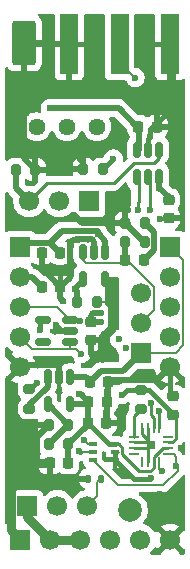
<source format=gbr>
%TF.GenerationSoftware,KiCad,Pcbnew,9.0.2*%
%TF.CreationDate,2025-10-14T11:54:41+02:00*%
%TF.ProjectId,nA_current_shunt_monitor_gum,6e415f63-7572-4726-956e-745f7368756e,rev?*%
%TF.SameCoordinates,Original*%
%TF.FileFunction,Copper,L1,Top*%
%TF.FilePolarity,Positive*%
%FSLAX46Y46*%
G04 Gerber Fmt 4.6, Leading zero omitted, Abs format (unit mm)*
G04 Created by KiCad (PCBNEW 9.0.2) date 2025-10-14 11:54:41*
%MOMM*%
%LPD*%
G01*
G04 APERTURE LIST*
G04 Aperture macros list*
%AMRoundRect*
0 Rectangle with rounded corners*
0 $1 Rounding radius*
0 $2 $3 $4 $5 $6 $7 $8 $9 X,Y pos of 4 corners*
0 Add a 4 corners polygon primitive as box body*
4,1,4,$2,$3,$4,$5,$6,$7,$8,$9,$2,$3,0*
0 Add four circle primitives for the rounded corners*
1,1,$1+$1,$2,$3*
1,1,$1+$1,$4,$5*
1,1,$1+$1,$6,$7*
1,1,$1+$1,$8,$9*
0 Add four rect primitives between the rounded corners*
20,1,$1+$1,$2,$3,$4,$5,0*
20,1,$1+$1,$4,$5,$6,$7,0*
20,1,$1+$1,$6,$7,$8,$9,0*
20,1,$1+$1,$8,$9,$2,$3,0*%
G04 Aperture macros list end*
%TA.AperFunction,SMDPad,CuDef*%
%ADD10R,1.500000X5.080000*%
%TD*%
%TA.AperFunction,ComponentPad*%
%ADD11R,1.700000X1.700000*%
%TD*%
%TA.AperFunction,ComponentPad*%
%ADD12C,1.700000*%
%TD*%
%TA.AperFunction,SMDPad,CuDef*%
%ADD13RoundRect,0.200000X-0.200000X-0.275000X0.200000X-0.275000X0.200000X0.275000X-0.200000X0.275000X0*%
%TD*%
%TA.AperFunction,SMDPad,CuDef*%
%ADD14RoundRect,0.200000X0.200000X0.275000X-0.200000X0.275000X-0.200000X-0.275000X0.200000X-0.275000X0*%
%TD*%
%TA.AperFunction,SMDPad,CuDef*%
%ADD15RoundRect,0.225000X-0.225000X-0.250000X0.225000X-0.250000X0.225000X0.250000X-0.225000X0.250000X0*%
%TD*%
%TA.AperFunction,SMDPad,CuDef*%
%ADD16RoundRect,0.225000X0.250000X-0.225000X0.250000X0.225000X-0.250000X0.225000X-0.250000X-0.225000X0*%
%TD*%
%TA.AperFunction,SMDPad,CuDef*%
%ADD17RoundRect,0.200000X0.275000X-0.200000X0.275000X0.200000X-0.275000X0.200000X-0.275000X-0.200000X0*%
%TD*%
%TA.AperFunction,SMDPad,CuDef*%
%ADD18RoundRect,0.150000X-0.150000X0.512500X-0.150000X-0.512500X0.150000X-0.512500X0.150000X0.512500X0*%
%TD*%
%TA.AperFunction,SMDPad,CuDef*%
%ADD19RoundRect,0.062500X-0.375000X-0.062500X0.375000X-0.062500X0.375000X0.062500X-0.375000X0.062500X0*%
%TD*%
%TA.AperFunction,SMDPad,CuDef*%
%ADD20RoundRect,0.062500X-0.062500X-0.375000X0.062500X-0.375000X0.062500X0.375000X-0.062500X0.375000X0*%
%TD*%
%TA.AperFunction,HeatsinkPad*%
%ADD21C,0.500000*%
%TD*%
%TA.AperFunction,HeatsinkPad*%
%ADD22R,0.800000X0.800000*%
%TD*%
%TA.AperFunction,SMDPad,CuDef*%
%ADD23RoundRect,0.225000X-0.250000X0.225000X-0.250000X-0.225000X0.250000X-0.225000X0.250000X0.225000X0*%
%TD*%
%TA.AperFunction,SMDPad,CuDef*%
%ADD24RoundRect,0.250000X0.750000X-1.650000X0.750000X1.650000X-0.750000X1.650000X-0.750000X-1.650000X0*%
%TD*%
%TA.AperFunction,SMDPad,CuDef*%
%ADD25RoundRect,0.100000X0.225000X0.100000X-0.225000X0.100000X-0.225000X-0.100000X0.225000X-0.100000X0*%
%TD*%
%TA.AperFunction,ComponentPad*%
%ADD26C,1.440000*%
%TD*%
%TA.AperFunction,SMDPad,CuDef*%
%ADD27RoundRect,0.225000X0.225000X0.250000X-0.225000X0.250000X-0.225000X-0.250000X0.225000X-0.250000X0*%
%TD*%
%TA.AperFunction,SMDPad,CuDef*%
%ADD28RoundRect,0.218750X0.218750X0.256250X-0.218750X0.256250X-0.218750X-0.256250X0.218750X-0.256250X0*%
%TD*%
%TA.AperFunction,SMDPad,CuDef*%
%ADD29RoundRect,0.135000X0.135000X0.185000X-0.135000X0.185000X-0.135000X-0.185000X0.135000X-0.185000X0*%
%TD*%
%TA.AperFunction,ComponentPad*%
%ADD30C,2.000000*%
%TD*%
%TA.AperFunction,SMDPad,CuDef*%
%ADD31RoundRect,0.150000X0.512500X0.150000X-0.512500X0.150000X-0.512500X-0.150000X0.512500X-0.150000X0*%
%TD*%
%TA.AperFunction,ViaPad*%
%ADD32C,0.600000*%
%TD*%
%TA.AperFunction,Conductor*%
%ADD33C,0.500000*%
%TD*%
%TA.AperFunction,Conductor*%
%ADD34C,0.250000*%
%TD*%
%TA.AperFunction,Conductor*%
%ADD35C,0.400000*%
%TD*%
%TA.AperFunction,Conductor*%
%ADD36C,0.750000*%
%TD*%
%TA.AperFunction,Conductor*%
%ADD37C,1.000000*%
%TD*%
%TA.AperFunction,Conductor*%
%ADD38C,0.200000*%
%TD*%
%TA.AperFunction,Conductor*%
%ADD39C,0.150000*%
%TD*%
G04 APERTURE END LIST*
D10*
%TO.P,J1,1,In*%
%TO.N,/ADC0*%
X131725000Y-69325000D03*
%TO.P,J1,2,Ext*%
%TO.N,GND*%
X127475000Y-69325000D03*
X135975000Y-69325000D03*
%TD*%
D11*
%TO.P,CG1,A1,5V*%
%TO.N,/5V*%
X123320000Y-86485000D03*
D12*
%TO.P,CG1,A2,3V3*%
%TO.N,3.3V*%
X123320000Y-89025000D03*
%TO.P,CG1,A3,SDA*%
%TO.N,/SDA*%
X123320000Y-91565000D03*
%TO.P,CG1,A4,SCL*%
%TO.N,/SCL*%
X123320000Y-94105000D03*
%TO.P,CG1,A5,GND*%
%TO.N,GND*%
X123320000Y-96645000D03*
D11*
%TO.P,CG1,B1,5V*%
%TO.N,/5V*%
X136020000Y-86485000D03*
D12*
%TO.P,CG1,B2,VDDIO*%
%TO.N,/VDDIO*%
X136020000Y-89025000D03*
%TO.P,CG1,B3,-5V*%
%TO.N,/-5V*%
X136020000Y-91565000D03*
%TO.P,CG1,B4,ENABLE*%
%TO.N,/LDO_EN_EXT*%
X136020000Y-94105000D03*
%TO.P,CG1,B5,GND*%
%TO.N,GND*%
X136020000Y-96645000D03*
D11*
%TO.P,CG1,C1,GND*%
X123320000Y-111250000D03*
D12*
%TO.P,CG1,C2,OUT_1*%
%TO.N,/V_LSL_load*%
X125860000Y-111250000D03*
%TO.P,CG1,C3,OUT_2*%
X128400000Y-111250000D03*
%TO.P,CG1,C4,OUT_3*%
%TO.N,/Vout_diff*%
X130940000Y-111250000D03*
%TO.P,CG1,C5,OUT_4*%
%TO.N,/Vout_B*%
X133480000Y-111250000D03*
%TO.P,CG1,C6,GND*%
%TO.N,GND*%
X136020000Y-111250000D03*
%TD*%
D13*
%TO.P,R4,1*%
%TO.N,/DAC_out*%
X122950000Y-79930000D03*
%TO.P,R4,2*%
%TO.N,GND*%
X124600000Y-79930000D03*
%TD*%
D14*
%TO.P,R2,1*%
%TO.N,Net-(D1-K)*%
X133860000Y-84430000D03*
%TO.P,R2,2*%
%TO.N,GND*%
X132210000Y-84430000D03*
%TD*%
D15*
%TO.P,C5,1*%
%TO.N,A3.3V*%
X129010000Y-101380000D03*
%TO.P,C5,2*%
%TO.N,GND*%
X130560000Y-101380000D03*
%TD*%
D16*
%TO.P,C6,1*%
%TO.N,3.3V*%
X136290000Y-100660000D03*
%TO.P,C6,2*%
%TO.N,GND*%
X136290000Y-99110000D03*
%TD*%
D17*
%TO.P,R9,1*%
%TO.N,Net-(U3-EN)*%
X124090000Y-100160000D03*
%TO.P,R9,2*%
%TO.N,3.3V*%
X124090000Y-98510000D03*
%TD*%
D15*
%TO.P,C10,1*%
%TO.N,3.3V*%
X125170000Y-89860000D03*
%TO.P,C10,2*%
%TO.N,GND*%
X126720000Y-89860000D03*
%TD*%
D18*
%TO.P,U3,1,IN*%
%TO.N,/5V*%
X127540000Y-97495000D03*
%TO.P,U3,2,GND*%
%TO.N,GND*%
X126590000Y-97495000D03*
%TO.P,U3,3,EN*%
%TO.N,Net-(U3-EN)*%
X125640000Y-97495000D03*
%TO.P,U3,4,FB*%
%TO.N,Net-(U3-FB)*%
X125640000Y-99770000D03*
%TO.P,U3,5,OUT*%
%TO.N,A3.3V*%
X127540000Y-99770000D03*
%TD*%
D19*
%TO.P,U2,1,!RESET*%
%TO.N,Net-(U2-!RESET)*%
X132912500Y-102522500D03*
%TO.P,U2,2,DGND*%
%TO.N,GND*%
X132912500Y-103022500D03*
%TO.P,U2,3,AGND*%
X132912500Y-103522500D03*
%TO.P,U2,4,AIN3*%
%TO.N,unconnected-(U2-AIN3-Pad4)*%
X132912500Y-104022500D03*
D20*
%TO.P,U2,5,AIN2*%
%TO.N,unconnected-(U2-AIN2-Pad5)*%
X133600000Y-104710000D03*
%TO.P,U2,6,REFN*%
%TO.N,GND*%
X134100000Y-104710000D03*
%TO.P,U2,7,REFP*%
%TO.N,A3.3V*%
X134600000Y-104710000D03*
%TO.P,U2,8,AIN1*%
%TO.N,/V_LSL_LDO*%
X135100000Y-104710000D03*
D19*
%TO.P,U2,9,AIN0*%
%TO.N,/ADC0*%
X135787500Y-104022500D03*
%TO.P,U2,10,AVDD*%
%TO.N,A3.3V*%
X135787500Y-103522500D03*
%TO.P,U2,11,DVDD*%
%TO.N,3.3V*%
X135787500Y-103022500D03*
%TO.P,U2,12,!DRDY*%
%TO.N,unconnected-(U2-!DRDY-Pad12)*%
X135787500Y-102522500D03*
D20*
%TO.P,U2,13,SDA*%
%TO.N,/SDA*%
X135100000Y-101835000D03*
%TO.P,U2,14,SCL*%
%TO.N,/SCL*%
X134600000Y-101835000D03*
%TO.P,U2,15,A0*%
%TO.N,GND*%
X134100000Y-101835000D03*
%TO.P,U2,16,A1*%
X133600000Y-101835000D03*
D21*
%TO.P,U2,17,EP*%
X134350000Y-103272500D03*
D22*
X134350000Y-103272500D03*
%TD*%
D17*
%TO.P,R7,1*%
%TO.N,Net-(U2-!RESET)*%
X133530000Y-100200000D03*
%TO.P,R7,2*%
%TO.N,3.3V*%
X133530000Y-98550000D03*
%TD*%
D11*
%TO.P,J2,1,Pin_1*%
%TO.N,/5V*%
X133560000Y-95410000D03*
D12*
%TO.P,J2,2,Pin_2*%
%TO.N,Net-(D1-A)*%
X133560000Y-92870000D03*
%TO.P,J2,3,Pin_3*%
%TO.N,/LDO_EN_EXT*%
X133560000Y-90330000D03*
%TD*%
D16*
%TO.P,C3,1*%
%TO.N,/V_LSL_LDO*%
X129290000Y-94340000D03*
%TO.P,C3,2*%
%TO.N,GND*%
X129290000Y-92790000D03*
%TD*%
D18*
%TO.P,U4,1,Vout*%
%TO.N,/DAC_out*%
X135075000Y-78237500D03*
%TO.P,U4,2,VSS*%
%TO.N,GND*%
X134125000Y-78237500D03*
%TO.P,U4,3,VDD*%
%TO.N,3.3V*%
X133175000Y-78237500D03*
%TO.P,U4,4,SDA*%
%TO.N,/SDA*%
X133175000Y-80512500D03*
%TO.P,U4,5,SCL*%
%TO.N,/SCL*%
X134125000Y-80512500D03*
%TO.P,U4,6,Vref*%
%TO.N,A3.3V*%
X135075000Y-80512500D03*
%TD*%
D23*
%TO.P,C1,1*%
%TO.N,A3.3V*%
X135875000Y-82475000D03*
%TO.P,C1,2*%
%TO.N,GND*%
X135875000Y-84025000D03*
%TD*%
D15*
%TO.P,C2,1*%
%TO.N,3.3V*%
X133325000Y-76275000D03*
%TO.P,C2,2*%
%TO.N,GND*%
X134875000Y-76275000D03*
%TD*%
D13*
%TO.P,R6,1*%
%TO.N,/V_ldo_feedback*%
X128130000Y-91130000D03*
%TO.P,R6,2*%
%TO.N,/V_LSL_LDO*%
X129780000Y-91130000D03*
%TD*%
D24*
%TO.P,TP14,1*%
%TO.N,GND*%
X123650000Y-69200000D03*
%TD*%
D25*
%TO.P,IC6,1,REF*%
%TO.N,GND*%
X131340000Y-104490000D03*
%TO.P,IC6,2,GND*%
X131340000Y-103840000D03*
%TO.P,IC6,3,V+*%
%TO.N,A3.3V*%
X131340000Y-103190000D03*
%TO.P,IC6,4,IN+*%
%TO.N,/V_LSL_LDO*%
X129440000Y-103190000D03*
%TO.P,IC6,5,IN-*%
%TO.N,/Shunt-*%
X129440000Y-103840000D03*
%TO.P,IC6,6,OUT*%
%TO.N,/ADC0*%
X129440000Y-104490000D03*
%TD*%
D13*
%TO.P,R3,1*%
%TO.N,Net-(D1-A)*%
X132210000Y-86020000D03*
%TO.P,R3,2*%
%TO.N,GND*%
X133860000Y-86020000D03*
%TD*%
D26*
%TO.P,RV1,1,1*%
%TO.N,unconnected-(RV1-Pad1)*%
X124730000Y-76290000D03*
%TO.P,RV1,2,2*%
%TO.N,Net-(J3-Pin_1)*%
X127270000Y-76290000D03*
%TO.P,RV1,3,3*%
%TO.N,Net-(R5-Pad1)*%
X129810000Y-76290000D03*
%TD*%
D27*
%TO.P,C8,1*%
%TO.N,A3.3V*%
X127375000Y-104750000D03*
%TO.P,C8,2*%
%TO.N,GND*%
X125825000Y-104750000D03*
%TD*%
D28*
%TO.P,D1,1,K*%
%TO.N,Net-(D1-K)*%
X133785000Y-87600000D03*
%TO.P,D1,2,A*%
%TO.N,Net-(D1-A)*%
X132210000Y-87600000D03*
%TD*%
D15*
%TO.P,C7,1*%
%TO.N,A3.3V*%
X129075000Y-99580000D03*
%TO.P,C7,2*%
%TO.N,GND*%
X130625000Y-99580000D03*
%TD*%
D29*
%TO.P,R13,1*%
%TO.N,Net-(J7-Pin_3)*%
X130110000Y-106075000D03*
%TO.P,R13,2*%
%TO.N,GND*%
X129090000Y-106075000D03*
%TD*%
D14*
%TO.P,R8,1*%
%TO.N,Net-(U3-FB)*%
X127395000Y-101540000D03*
%TO.P,R8,2*%
%TO.N,GND*%
X125745000Y-101540000D03*
%TD*%
D11*
%TO.P,J3,1,Pin_1*%
%TO.N,Net-(J3-Pin_1)*%
X129155000Y-82615000D03*
D12*
%TO.P,J3,2,Pin_2*%
%TO.N,/V_ldo_feedback*%
X126615000Y-82615000D03*
%TO.P,J3,3,Pin_3*%
%TO.N,/DAC_out*%
X124075000Y-82615000D03*
%TD*%
D30*
%TO.P,TP2,1*%
%TO.N,/V_LSL_LDO*%
X132625000Y-108750000D03*
%TD*%
D31*
%TO.P,U5,1,SCL*%
%TO.N,/SCL*%
X127487500Y-94522500D03*
%TO.P,U5,2,V_{SS}*%
%TO.N,GND*%
X127487500Y-93572500D03*
%TO.P,U5,3,SDA*%
%TO.N,/SDA*%
X127487500Y-92622500D03*
%TO.P,U5,4,V_{CC}*%
%TO.N,3.3V*%
X125212500Y-92622500D03*
%TO.P,U5,5,NC*%
%TO.N,unconnected-(U5-NC-Pad5)*%
X125212500Y-94522500D03*
%TD*%
D18*
%TO.P,U1,1,IN*%
%TO.N,/5V*%
X130530000Y-86900000D03*
%TO.P,U1,2,GND*%
%TO.N,GND*%
X129580000Y-86900000D03*
%TO.P,U1,3,EN*%
%TO.N,Net-(D1-A)*%
X128630000Y-86900000D03*
%TO.P,U1,4,FB*%
%TO.N,/V_ldo_feedback*%
X128630000Y-89175000D03*
%TO.P,U1,5,OUT*%
%TO.N,/V_LSL_LDO*%
X130530000Y-89175000D03*
%TD*%
D11*
%TO.P,J7,1,Pin_1*%
%TO.N,/V_LSL_load*%
X123920000Y-108400000D03*
D12*
%TO.P,J7,2,Pin_2*%
%TO.N,/Shunt-*%
X126460000Y-108400000D03*
%TO.P,J7,3,Pin_3*%
%TO.N,Net-(J7-Pin_3)*%
X129000000Y-108400000D03*
%TD*%
D14*
%TO.P,R5,1*%
%TO.N,Net-(R5-Pad1)*%
X130310000Y-79890000D03*
%TO.P,R5,2*%
%TO.N,GND*%
X128660000Y-79890000D03*
%TD*%
%TO.P,R10,1*%
%TO.N,A3.3V*%
X127400000Y-103130000D03*
%TO.P,R10,2*%
%TO.N,Net-(U3-FB)*%
X125750000Y-103130000D03*
%TD*%
D15*
%TO.P,C9,1*%
%TO.N,/5V*%
X129235000Y-97870000D03*
%TO.P,C9,2*%
%TO.N,GND*%
X130785000Y-97870000D03*
%TD*%
D27*
%TO.P,C4,1*%
%TO.N,/5V*%
X126670000Y-86980000D03*
%TO.P,C4,2*%
%TO.N,GND*%
X125120000Y-86980000D03*
%TD*%
D32*
%TO.N,GND*%
X135175000Y-107350000D03*
X127866000Y-83726000D03*
X124275000Y-106625000D03*
X127570000Y-96050000D03*
X127842500Y-72782500D03*
X128245685Y-85831958D03*
X131900000Y-73550000D03*
X125325000Y-106650000D03*
X123609000Y-77725000D03*
X126300000Y-93100000D03*
X136250000Y-72875000D03*
X136910000Y-103530000D03*
X125625000Y-69300000D03*
X134280000Y-77175000D03*
X136775000Y-107075000D03*
X134400000Y-106000000D03*
X123609000Y-72700000D03*
X136450000Y-76250000D03*
X136475000Y-80850000D03*
X136450000Y-79250000D03*
X135175000Y-84075000D03*
X130165000Y-92790000D03*
X130150000Y-92075000D03*
X132425000Y-83325000D03*
X126970000Y-91010000D03*
X127180000Y-77780000D03*
X131350000Y-82175000D03*
X136450000Y-77825000D03*
X126350000Y-106650000D03*
X129014315Y-85831958D03*
%TO.N,3.3V*%
X125000000Y-93490000D03*
X131910000Y-98990000D03*
X125851000Y-74700000D03*
X124700000Y-97975000D03*
%TO.N,/V_LSL_LDO*%
X130250000Y-95900000D03*
X128684975Y-102834975D03*
X129125000Y-96350000D03*
X129485000Y-95715000D03*
X135275000Y-105475000D03*
%TO.N,/5V*%
X129891052Y-85376102D03*
%TO.N,A3.3V*%
X128325000Y-98950000D03*
X135075000Y-81500000D03*
%TO.N,/SCL*%
X132259998Y-95050000D03*
X134275000Y-83325000D03*
X128475000Y-95500000D03*
X134425707Y-99674293D03*
%TO.N,/SDA*%
X133325000Y-83350000D03*
X131675000Y-94275000D03*
X128365000Y-92715025D03*
X135100000Y-100350000D03*
%TO.N,/ADC0*%
X136520000Y-105010000D03*
X133050000Y-72125000D03*
%TO.N,/V_ldo_feedback*%
X127925000Y-90000000D03*
%TO.N,Net-(R5-Pad1)*%
X131208999Y-79006949D03*
%TO.N,/Shunt-*%
X128275070Y-103780470D03*
%TD*%
D33*
%TO.N,GND*%
X132210000Y-84430000D02*
X132411412Y-84430000D01*
D34*
X133600000Y-102290000D02*
X134100000Y-102790000D01*
D35*
X136020000Y-98840000D02*
X136290000Y-99110000D01*
D34*
X135200000Y-84050000D02*
X135175000Y-84075000D01*
D33*
X136250000Y-74600000D02*
X136250000Y-72875000D01*
X133800000Y-86020000D02*
X132210000Y-84430000D01*
D35*
X134125000Y-77330000D02*
X134125000Y-78237500D01*
D33*
X128570000Y-84430000D02*
X132210000Y-84430000D01*
D34*
X134100000Y-102790000D02*
X134100000Y-102840000D01*
D35*
X134280000Y-77175000D02*
X134125000Y-77330000D01*
D33*
X124600000Y-79930000D02*
X123609000Y-78939000D01*
D35*
X136020000Y-96645000D02*
X136020000Y-98840000D01*
D36*
X122534000Y-106964000D02*
X124748000Y-104750000D01*
D33*
X123609000Y-72700000D02*
X123609000Y-69300000D01*
X129014315Y-85831958D02*
X129014315Y-85834573D01*
X128660000Y-79260000D02*
X127180000Y-77780000D01*
X128247612Y-85836500D02*
X127813500Y-85836500D01*
X123609000Y-77780000D02*
X123609000Y-77725000D01*
X128245685Y-85831958D02*
X129014315Y-85831958D01*
D35*
X132930000Y-106080000D02*
X131340000Y-104490000D01*
D33*
X123609000Y-77725000D02*
X123609000Y-72700000D01*
X134916000Y-97749000D02*
X136020000Y-96645000D01*
D34*
X134100000Y-103522500D02*
X134100000Y-104710000D01*
D33*
X130165000Y-92790000D02*
X129290000Y-92790000D01*
X127450000Y-69300000D02*
X127475000Y-69325000D01*
D34*
X132912500Y-103522500D02*
X134100000Y-103522500D01*
D33*
X129290000Y-92279950D02*
X129290000Y-92790000D01*
D34*
X134100000Y-102840000D02*
X134100000Y-103022500D01*
D35*
X127475000Y-72415000D02*
X127475000Y-69325000D01*
X131900000Y-73550000D02*
X128610000Y-73550000D01*
D36*
X122534000Y-110464000D02*
X122534000Y-106964000D01*
D33*
X130130000Y-92055000D02*
X129514950Y-92055000D01*
X126590000Y-96501112D02*
X126590000Y-97495000D01*
D34*
X134100000Y-101835000D02*
X134100000Y-102840000D01*
D35*
X136250000Y-74600000D02*
X135200000Y-73550000D01*
D33*
X129014315Y-85831958D02*
X129356958Y-85831958D01*
D34*
X131549516Y-103840000D02*
X131340000Y-103840000D01*
D36*
X124748000Y-104750000D02*
X125825000Y-104750000D01*
D35*
X134875000Y-76275000D02*
X134875000Y-75975000D01*
D33*
X123609000Y-69300000D02*
X125625000Y-69300000D01*
X123609000Y-78939000D02*
X123609000Y-77780000D01*
D35*
X134280000Y-76490000D02*
X134495000Y-76275000D01*
X134400000Y-106000000D02*
X134320000Y-106080000D01*
D33*
X125745000Y-101540000D02*
X124748000Y-102537000D01*
X130150000Y-92075000D02*
X130130000Y-92055000D01*
X127487500Y-93572500D02*
X126772500Y-93572500D01*
X135975000Y-71615000D02*
X135975000Y-69325000D01*
X127180000Y-77780000D02*
X130972000Y-77780000D01*
X125120000Y-88260000D02*
X126720000Y-89860000D01*
X126772500Y-93572500D02*
X126300000Y-93100000D01*
D35*
X134875000Y-75975000D02*
X136250000Y-74600000D01*
D34*
X132912500Y-103022500D02*
X134100000Y-103022500D01*
D35*
X127842500Y-72782500D02*
X127475000Y-72415000D01*
X127041112Y-96050000D02*
X126590000Y-96501112D01*
D33*
X125625000Y-69300000D02*
X127450000Y-69300000D01*
D34*
X133600000Y-101835000D02*
X133600000Y-102290000D01*
D35*
X135200000Y-73550000D02*
X131900000Y-73550000D01*
D33*
X130785000Y-97870000D02*
X130906000Y-97749000D01*
X136250000Y-71890000D02*
X135975000Y-71615000D01*
D34*
X134100000Y-103022500D02*
X134350000Y-103272500D01*
D33*
X123609000Y-77780000D02*
X127180000Y-77780000D01*
X127521000Y-86129000D02*
X127521000Y-89059000D01*
X127866000Y-83726000D02*
X128570000Y-84430000D01*
D34*
X135850000Y-84050000D02*
X135200000Y-84050000D01*
X128965000Y-105950000D02*
X127050000Y-105950000D01*
X135875000Y-84025000D02*
X135850000Y-84050000D01*
D35*
X128610000Y-73550000D02*
X127842500Y-72782500D01*
D33*
X124748000Y-102537000D02*
X124748000Y-104750000D01*
D35*
X131340000Y-103840000D02*
X131340000Y-104490000D01*
D33*
X136250000Y-72875000D02*
X136250000Y-71890000D01*
X130785000Y-99420000D02*
X130625000Y-99580000D01*
D35*
X134495000Y-76275000D02*
X134875000Y-76275000D01*
D33*
X130625000Y-99580000D02*
X130625000Y-101315000D01*
X129356958Y-85831958D02*
X129580000Y-86055000D01*
X127813500Y-85836500D02*
X127521000Y-86129000D01*
X133860000Y-86020000D02*
X133800000Y-86020000D01*
X125120000Y-86980000D02*
X125120000Y-88260000D01*
X130906000Y-97749000D02*
X134916000Y-97749000D01*
X126520388Y-96431500D02*
X126590000Y-96501112D01*
D34*
X134100000Y-103522500D02*
X134350000Y-103272500D01*
X129090000Y-106075000D02*
X128965000Y-105950000D01*
X127050000Y-105950000D02*
X126350000Y-106650000D01*
D33*
X123320000Y-96645000D02*
X123533500Y-96431500D01*
X129014315Y-85834573D02*
X129012388Y-85836500D01*
D35*
X127570000Y-96050000D02*
X127041112Y-96050000D01*
X134280000Y-77175000D02*
X134280000Y-76490000D01*
D36*
X123320000Y-111250000D02*
X122534000Y-110464000D01*
D33*
X127521000Y-89059000D02*
X126720000Y-89860000D01*
X129514950Y-92055000D02*
X129290000Y-92279950D01*
X126720000Y-89860000D02*
X126720000Y-90760000D01*
D35*
X134320000Y-106080000D02*
X132930000Y-106080000D01*
D33*
X129580000Y-86055000D02*
X129580000Y-86900000D01*
X123533500Y-96431500D02*
X126520388Y-96431500D01*
X130785000Y-97870000D02*
X130785000Y-99420000D01*
X130625000Y-101315000D02*
X130560000Y-101380000D01*
X136125000Y-111145000D02*
X136020000Y-111250000D01*
X126720000Y-90760000D02*
X126970000Y-91010000D01*
X128660000Y-79890000D02*
X128660000Y-79260000D01*
D35*
X131380000Y-104490000D02*
X131340000Y-104490000D01*
%TO.N,3.3V*%
X125000000Y-93490000D02*
X125000000Y-92835000D01*
D33*
X133330000Y-76390000D02*
X133325000Y-76385000D01*
X133325000Y-76385000D02*
X133325000Y-76275000D01*
D35*
X133530000Y-98550000D02*
X132350000Y-98550000D01*
D33*
X125851000Y-74700000D02*
X131640000Y-74700000D01*
D35*
X124625000Y-97975000D02*
X124090000Y-98510000D01*
D34*
X135787500Y-103022500D02*
X136205444Y-103022500D01*
D33*
X131640000Y-74700000D02*
X133215000Y-76275000D01*
D35*
X125000000Y-92835000D02*
X125212500Y-92622500D01*
D33*
X123320000Y-89025000D02*
X124335000Y-89025000D01*
D35*
X124700000Y-97975000D02*
X124625000Y-97975000D01*
D33*
X133330000Y-78290000D02*
X133330000Y-76390000D01*
D35*
X136290000Y-100619346D02*
X136290000Y-100660000D01*
D34*
X136501000Y-100871000D02*
X136290000Y-100660000D01*
D35*
X132350000Y-98550000D02*
X131910000Y-98990000D01*
D34*
X136205444Y-103022500D02*
X136501000Y-102726944D01*
X136501000Y-102726944D02*
X136501000Y-100871000D01*
D33*
X133215000Y-76275000D02*
X133325000Y-76275000D01*
X133300000Y-78290000D02*
X133330000Y-78290000D01*
D35*
X133530000Y-98550000D02*
X134220654Y-98550000D01*
D33*
X124335000Y-89025000D02*
X125170000Y-89860000D01*
D35*
X134220654Y-98550000D02*
X136290000Y-100619346D01*
D33*
%TO.N,/V_LSL_LDO*%
X130530000Y-89175000D02*
X131100000Y-89745000D01*
D37*
X131116000Y-89816000D02*
X131116000Y-91200000D01*
D36*
X130250000Y-94212587D02*
X131116000Y-93346587D01*
X130250000Y-95900000D02*
X130250000Y-94212587D01*
D38*
X135100000Y-104710000D02*
X135100000Y-105300000D01*
D37*
X131100000Y-89745000D02*
X131100000Y-89800000D01*
D33*
X129485000Y-95715000D02*
X129660000Y-95890000D01*
D39*
X129440000Y-103190000D02*
X129040000Y-103190000D01*
D33*
X129290000Y-95520000D02*
X129290000Y-94340000D01*
D38*
X131046000Y-91130000D02*
X131116000Y-91200000D01*
D33*
X130240000Y-95890000D02*
X130250000Y-95900000D01*
D37*
X131100000Y-89800000D02*
X131116000Y-89816000D01*
D33*
X129660000Y-95890000D02*
X130240000Y-95890000D01*
D38*
X135100000Y-105300000D02*
X135275000Y-105475000D01*
D33*
X129485000Y-95715000D02*
X129290000Y-95520000D01*
D36*
X131116000Y-93346587D02*
X131116000Y-91200000D01*
D38*
X129780000Y-91130000D02*
X131046000Y-91130000D01*
D39*
X129040000Y-103190000D02*
X128684975Y-102834975D01*
%TO.N,/5V*%
X136465000Y-95410000D02*
X137096000Y-94779000D01*
D36*
X135770000Y-86235000D02*
X136020000Y-86485000D01*
D33*
X130530000Y-85961399D02*
X130530000Y-86900000D01*
X123701000Y-86104000D02*
X125794000Y-86104000D01*
X125794000Y-86104000D02*
X126670000Y-86980000D01*
D39*
X133560000Y-95410000D02*
X136465000Y-95410000D01*
D33*
X129944703Y-85376102D02*
X130530000Y-85961399D01*
X128860000Y-97495000D02*
X129235000Y-97870000D01*
X131976000Y-96994000D02*
X133560000Y-95410000D01*
X129891052Y-85376102D02*
X129944703Y-85376102D01*
X129828364Y-85081000D02*
X126817000Y-85081000D01*
D39*
X137096000Y-87561000D02*
X136020000Y-86485000D01*
X137096000Y-94779000D02*
X137096000Y-87561000D01*
D33*
X123320000Y-86485000D02*
X123701000Y-86104000D01*
X126817000Y-85081000D02*
X125794000Y-86104000D01*
X129891052Y-85143688D02*
X129828364Y-85081000D01*
X129235000Y-97870000D02*
X130111000Y-96994000D01*
X127540000Y-97495000D02*
X128860000Y-97495000D01*
X130111000Y-96994000D02*
X131976000Y-96994000D01*
X129891052Y-85376102D02*
X129891052Y-85143688D01*
%TO.N,A3.3V*%
X127400000Y-103130000D02*
X127400000Y-104725000D01*
D34*
X134323999Y-105423500D02*
X133348884Y-105423500D01*
X134600000Y-105147499D02*
X134323999Y-105423500D01*
X134600000Y-104710000D02*
X134600000Y-105147499D01*
D35*
X130820000Y-103190000D02*
X129010000Y-101380000D01*
D33*
X129010000Y-101380000D02*
X129030000Y-101380000D01*
X135075000Y-81500000D02*
X135075000Y-80512500D01*
D34*
X135787500Y-103522500D02*
X135369556Y-103522500D01*
X133348884Y-105423500D02*
X131950516Y-104025132D01*
D33*
X128325000Y-98950000D02*
X128445000Y-98950000D01*
X129010000Y-101380000D02*
X129010000Y-101520000D01*
X129075000Y-101315000D02*
X129010000Y-101380000D01*
X128240000Y-99770000D02*
X128885000Y-99770000D01*
X129075000Y-99580000D02*
X129075000Y-101315000D01*
X135100000Y-81500000D02*
X135875000Y-82275000D01*
D34*
X131950516Y-103475517D02*
X131664999Y-103190000D01*
D33*
X127540000Y-99770000D02*
X128240000Y-99770000D01*
X135075000Y-81500000D02*
X135100000Y-81500000D01*
X129010000Y-101520000D02*
X127400000Y-103130000D01*
D35*
X131340000Y-103190000D02*
X130820000Y-103190000D01*
D33*
X135875000Y-82275000D02*
X135875000Y-82475000D01*
D34*
X131664999Y-103190000D02*
X131340000Y-103190000D01*
X131950516Y-104025132D02*
X131950516Y-103475517D01*
X135369556Y-103522500D02*
X134600000Y-104292056D01*
X134600000Y-104292056D02*
X134600000Y-104710000D01*
D33*
X128445000Y-98950000D02*
X129075000Y-99580000D01*
X128885000Y-99770000D02*
X129075000Y-99580000D01*
D36*
%TO.N,/V_LSL_load*%
X123910000Y-109300000D02*
X125860000Y-111250000D01*
X123910000Y-108340000D02*
X123910000Y-109300000D01*
X125860000Y-111250000D02*
X128400000Y-111250000D01*
X123920000Y-109310000D02*
X125860000Y-111250000D01*
X123920000Y-108400000D02*
X123920000Y-109310000D01*
D38*
%TO.N,/SCL*%
X128011450Y-95073500D02*
X124288500Y-95073500D01*
X128437950Y-95500000D02*
X128011450Y-95073500D01*
D33*
X123320000Y-94520000D02*
X123320000Y-94105000D01*
D38*
X127487500Y-94522500D02*
X127487500Y-95073500D01*
D34*
X134280000Y-83321139D02*
X134280000Y-80667500D01*
X134278861Y-83321139D02*
X134280000Y-83321139D01*
X134600000Y-100910000D02*
X134600000Y-101835000D01*
X134425707Y-100735707D02*
X134600000Y-100910000D01*
D38*
X128475000Y-95500000D02*
X128437950Y-95500000D01*
X127487500Y-95073500D02*
X128011450Y-95073500D01*
D34*
X134275000Y-83325000D02*
X134278861Y-83321139D01*
X134280000Y-80667500D02*
X134125000Y-80512500D01*
X134425707Y-99674293D02*
X134425707Y-100735707D01*
D38*
X124288500Y-95073500D02*
X123320000Y-94105000D01*
D33*
%TO.N,/LDO_EN_EXT*%
X133560000Y-90874182D02*
X133560000Y-90330000D01*
D38*
%TO.N,/SDA*%
X123320000Y-91565000D02*
X126430000Y-91565000D01*
X128365000Y-92715025D02*
X128272475Y-92622500D01*
D34*
X133325000Y-83350000D02*
X133325000Y-82684238D01*
X133330000Y-82679238D02*
X133330000Y-80667500D01*
D38*
X126430000Y-91565000D02*
X127487500Y-92622500D01*
D34*
X133325000Y-82684238D02*
X133330000Y-82679238D01*
D38*
X128272475Y-92622500D02*
X127487500Y-92622500D01*
D34*
X135100000Y-101835000D02*
X135100000Y-100350000D01*
X133330000Y-80667500D02*
X133175000Y-80512500D01*
D33*
%TO.N,Net-(D1-K)*%
X134661000Y-86724000D02*
X133785000Y-87600000D01*
X133860000Y-84430000D02*
X134661000Y-85231000D01*
X134661000Y-85231000D02*
X134661000Y-86724000D01*
D38*
%TO.N,Net-(D1-A)*%
X132210000Y-87600000D02*
X132387050Y-87600000D01*
D33*
X132210000Y-86020000D02*
X132210000Y-87600000D01*
D38*
X131996500Y-87813500D02*
X132210000Y-87600000D01*
X132387050Y-87600000D02*
X134661000Y-89873950D01*
X128630000Y-87562499D02*
X128881001Y-87813500D01*
X128881001Y-87813500D02*
X131996500Y-87813500D01*
X134661000Y-89873950D02*
X134661000Y-91769000D01*
X128630000Y-86900000D02*
X128630000Y-87562499D01*
X134661000Y-91769000D02*
X133560000Y-92870000D01*
D39*
%TO.N,/ADC0*%
X136650000Y-105400000D02*
X136650000Y-105140000D01*
X136302500Y-104022500D02*
X136300000Y-104025000D01*
X136650000Y-105140000D02*
X136520000Y-105010000D01*
X131600000Y-106650000D02*
X135400000Y-106650000D01*
X135787500Y-104022500D02*
X136302500Y-104022500D01*
X136520000Y-104245000D02*
X136520000Y-105010000D01*
X136300000Y-104025000D02*
X136520000Y-104245000D01*
X129440000Y-104490000D02*
X131600000Y-106650000D01*
X131725000Y-70800000D02*
X131725000Y-69325000D01*
X133050000Y-72125000D02*
X131725000Y-70800000D01*
X135400000Y-106650000D02*
X136650000Y-105400000D01*
D33*
%TO.N,/V_ldo_feedback*%
X128130000Y-90205000D02*
X128130000Y-91130000D01*
X127925000Y-90000000D02*
X128130000Y-90205000D01*
X128630000Y-89175000D02*
X128630000Y-89295000D01*
X128630000Y-89295000D02*
X127925000Y-90000000D01*
%TO.N,/DAC_out*%
X122950000Y-81490000D02*
X124075000Y-82615000D01*
D34*
X124075000Y-82615000D02*
X125597412Y-81092588D01*
X135075000Y-78899999D02*
X135075000Y-78237500D01*
X131214824Y-81092588D02*
X132957412Y-79350000D01*
X134624999Y-79350000D02*
X135075000Y-78899999D01*
X125597412Y-81092588D02*
X131214824Y-81092588D01*
X132957412Y-79350000D02*
X134624999Y-79350000D01*
D33*
X122950000Y-79930000D02*
X122950000Y-81490000D01*
D35*
%TO.N,Net-(R5-Pad1)*%
X130492000Y-79708000D02*
X130310000Y-79890000D01*
X130325948Y-79890000D02*
X131208999Y-79006949D01*
X130310000Y-79890000D02*
X130325948Y-79890000D01*
D34*
%TO.N,Net-(U2-!RESET)*%
X133530000Y-100200000D02*
X132912500Y-100817500D01*
X132912500Y-100817500D02*
X132912500Y-102522500D01*
D33*
%TO.N,Net-(U3-FB)*%
X127340000Y-101540000D02*
X125750000Y-103130000D01*
X125640000Y-99770000D02*
X125640000Y-99785000D01*
X127395000Y-101540000D02*
X127395000Y-101525000D01*
X127395000Y-101525000D02*
X125640000Y-99770000D01*
X127395000Y-101540000D02*
X127340000Y-101540000D01*
%TO.N,Net-(U3-EN)*%
X125640000Y-98324112D02*
X124090000Y-99874112D01*
X124090000Y-99874112D02*
X124090000Y-100160000D01*
X125640000Y-97495000D02*
X125640000Y-98324112D01*
D38*
%TO.N,Net-(J7-Pin_3)*%
X129810000Y-106375000D02*
X130110000Y-106075000D01*
X129000000Y-108400000D02*
X129810000Y-107590000D01*
X129810000Y-107590000D02*
X129810000Y-106375000D01*
D39*
%TO.N,/Shunt-*%
X129440000Y-103840000D02*
X128334600Y-103840000D01*
D35*
X128275070Y-103780470D02*
X128345600Y-103851000D01*
D39*
X128334600Y-103840000D02*
X128275070Y-103780470D01*
%TD*%
%TA.AperFunction,Conductor*%
%TO.N,/V_LSL_LDO*%
G36*
X131618039Y-89069685D02*
G01*
X131663794Y-89122489D01*
X131675000Y-89174000D01*
X131675000Y-93357052D01*
X131655315Y-93424091D01*
X131602511Y-93469846D01*
X131575192Y-93478669D01*
X131441508Y-93505261D01*
X131441498Y-93505264D01*
X131295827Y-93565602D01*
X131295814Y-93565609D01*
X131164711Y-93653210D01*
X131164707Y-93653213D01*
X131053213Y-93764707D01*
X131053210Y-93764711D01*
X130965609Y-93895814D01*
X130965602Y-93895827D01*
X130905264Y-94041498D01*
X130905261Y-94041510D01*
X130874500Y-94196153D01*
X130874500Y-94353846D01*
X130905261Y-94508489D01*
X130905264Y-94508501D01*
X130965602Y-94654172D01*
X130965609Y-94654185D01*
X131053210Y-94785288D01*
X131053213Y-94785292D01*
X131164707Y-94896786D01*
X131164711Y-94896789D01*
X131295814Y-94984390D01*
X131295823Y-94984395D01*
X131382962Y-95020489D01*
X131437365Y-95064330D01*
X131458912Y-95122894D01*
X131459498Y-95128848D01*
X131490259Y-95283489D01*
X131490262Y-95283501D01*
X131550600Y-95429172D01*
X131550607Y-95429185D01*
X131638208Y-95560288D01*
X131638672Y-95560752D01*
X131638837Y-95561055D01*
X131642074Y-95564999D01*
X131641326Y-95565612D01*
X131672163Y-95622071D01*
X131675000Y-95648442D01*
X131675000Y-96119500D01*
X131655315Y-96186539D01*
X131602511Y-96232294D01*
X131551000Y-96243500D01*
X130037080Y-96243500D01*
X129892092Y-96272340D01*
X129892086Y-96272342D01*
X129755508Y-96328914D01*
X129755496Y-96328921D01*
X129706270Y-96361811D01*
X129706271Y-96361812D01*
X129632581Y-96411049D01*
X129632578Y-96411052D01*
X129329950Y-96713681D01*
X129268627Y-96747166D01*
X129242269Y-96750000D01*
X128973781Y-96750000D01*
X128949588Y-96747617D01*
X128933919Y-96744500D01*
X128933918Y-96744500D01*
X128549000Y-96744500D01*
X128540314Y-96741949D01*
X128531353Y-96743238D01*
X128507312Y-96732259D01*
X128481961Y-96724815D01*
X128476033Y-96717974D01*
X128467797Y-96714213D01*
X128453507Y-96691978D01*
X128436206Y-96672011D01*
X128433918Y-96661496D01*
X128430023Y-96655435D01*
X128425000Y-96620500D01*
X128425000Y-96424500D01*
X128444685Y-96357461D01*
X128497489Y-96311706D01*
X128549000Y-96300500D01*
X128553844Y-96300500D01*
X128553845Y-96300499D01*
X128708497Y-96269737D01*
X128854179Y-96209394D01*
X128985289Y-96121789D01*
X129096789Y-96010289D01*
X129184394Y-95879179D01*
X129244737Y-95733497D01*
X129275500Y-95578842D01*
X129275500Y-95421158D01*
X129275500Y-95421155D01*
X129275499Y-95421153D01*
X129252451Y-95305284D01*
X129249411Y-95289999D01*
X129540000Y-95289999D01*
X129588308Y-95289999D01*
X129588322Y-95289998D01*
X129687607Y-95279855D01*
X129848481Y-95226547D01*
X129848492Y-95226542D01*
X129992728Y-95137575D01*
X129992732Y-95137572D01*
X130112572Y-95017732D01*
X130112575Y-95017728D01*
X130201542Y-94873492D01*
X130201547Y-94873481D01*
X130254855Y-94712606D01*
X130264999Y-94613322D01*
X130265000Y-94613309D01*
X130265000Y-94590000D01*
X129540000Y-94590000D01*
X129540000Y-95289999D01*
X129249411Y-95289999D01*
X129244737Y-95266503D01*
X129228185Y-95226542D01*
X129184397Y-95120827D01*
X129184390Y-95120814D01*
X129096789Y-94989711D01*
X129096786Y-94989707D01*
X129076319Y-94969240D01*
X129042834Y-94907917D01*
X129040000Y-94881559D01*
X129040000Y-94464000D01*
X129059685Y-94396961D01*
X129112489Y-94351206D01*
X129164000Y-94340000D01*
X129290000Y-94340000D01*
X129290000Y-94214000D01*
X129309685Y-94146961D01*
X129362489Y-94101206D01*
X129414000Y-94090000D01*
X130264999Y-94090000D01*
X130264999Y-94066692D01*
X130264998Y-94066677D01*
X130254855Y-93967392D01*
X130201547Y-93806518D01*
X130201542Y-93806507D01*
X130181181Y-93773497D01*
X130162740Y-93706105D01*
X130183662Y-93639441D01*
X130237304Y-93594672D01*
X130262528Y-93586783D01*
X130398497Y-93559737D01*
X130511166Y-93513067D01*
X130544172Y-93499397D01*
X130544172Y-93499396D01*
X130544179Y-93499394D01*
X130675289Y-93411789D01*
X130786789Y-93300289D01*
X130874394Y-93169179D01*
X130934737Y-93023497D01*
X130965500Y-92868842D01*
X130965500Y-92711158D01*
X130965500Y-92711155D01*
X130965499Y-92711153D01*
X130934738Y-92556510D01*
X130934737Y-92556503D01*
X130895527Y-92461843D01*
X130888059Y-92392377D01*
X130895529Y-92366939D01*
X130919735Y-92308502D01*
X130919735Y-92308501D01*
X130919737Y-92308497D01*
X130950500Y-92153842D01*
X130950500Y-91996158D01*
X130950500Y-91996155D01*
X130950499Y-91996153D01*
X130919737Y-91841503D01*
X130911659Y-91822000D01*
X130859397Y-91695827D01*
X130859390Y-91695814D01*
X130771789Y-91564711D01*
X130771786Y-91564707D01*
X130660292Y-91453213D01*
X130660284Y-91453207D01*
X130555110Y-91382932D01*
X130510304Y-91329320D01*
X130500000Y-91279830D01*
X130500000Y-90467500D01*
X130500000Y-90334795D01*
X130780000Y-90334795D01*
X130780001Y-90334795D01*
X130782486Y-90334600D01*
X130940198Y-90288781D01*
X131081552Y-90205185D01*
X131081561Y-90205178D01*
X131197678Y-90089061D01*
X131197685Y-90089052D01*
X131281282Y-89947696D01*
X131281283Y-89947693D01*
X131327099Y-89789995D01*
X131327100Y-89789989D01*
X131329999Y-89753149D01*
X131330000Y-89753134D01*
X131330000Y-89425000D01*
X130780000Y-89425000D01*
X130780000Y-90334795D01*
X130500000Y-90334795D01*
X130500000Y-89175000D01*
X130530000Y-89175000D01*
X130530000Y-89050000D01*
X131460000Y-89050000D01*
X131551000Y-89050000D01*
X131618039Y-89069685D01*
G37*
%TD.AperFunction*%
%TD*%
%TA.AperFunction,Conductor*%
%TO.N,GND*%
G36*
X135554075Y-111442993D02*
G01*
X135619901Y-111557007D01*
X135712993Y-111650099D01*
X135827007Y-111715925D01*
X135890590Y-111732962D01*
X135258282Y-112365269D01*
X135259109Y-112375770D01*
X135244745Y-112444148D01*
X135195694Y-112493905D01*
X135135491Y-112509500D01*
X134425689Y-112509500D01*
X134358650Y-112489815D01*
X134312895Y-112437011D01*
X134302951Y-112367853D01*
X134331976Y-112304297D01*
X134352804Y-112285181D01*
X134359792Y-112280104D01*
X134510104Y-112129792D01*
X134510106Y-112129788D01*
X134510109Y-112129786D01*
X134586055Y-112025254D01*
X134635051Y-111957816D01*
X134639793Y-111948508D01*
X134687763Y-111897711D01*
X134755583Y-111880911D01*
X134821719Y-111903445D01*
X134860763Y-111948500D01*
X134865373Y-111957547D01*
X134904728Y-112011716D01*
X135537037Y-111379408D01*
X135554075Y-111442993D01*
G37*
%TD.AperFunction*%
%TA.AperFunction,Conductor*%
G36*
X137135269Y-112011716D02*
G01*
X137145770Y-112010890D01*
X137214148Y-112025254D01*
X137263905Y-112074305D01*
X137279500Y-112134508D01*
X137279500Y-112385500D01*
X137259815Y-112452539D01*
X137207011Y-112498294D01*
X137155500Y-112509500D01*
X136904509Y-112509500D01*
X136837470Y-112489815D01*
X136791715Y-112437011D01*
X136780891Y-112375772D01*
X136781717Y-112365270D01*
X136149408Y-111732962D01*
X136212993Y-111715925D01*
X136327007Y-111650099D01*
X136420099Y-111557007D01*
X136485925Y-111442993D01*
X136502962Y-111379408D01*
X137135269Y-112011716D01*
G37*
%TD.AperFunction*%
%TA.AperFunction,Conductor*%
G36*
X137198834Y-105767560D02*
G01*
X137254767Y-105809432D01*
X137279184Y-105874896D01*
X137279500Y-105883742D01*
X137279500Y-110365490D01*
X137259815Y-110432529D01*
X137207011Y-110478284D01*
X137145772Y-110489108D01*
X137135270Y-110488281D01*
X136502962Y-111120590D01*
X136485925Y-111057007D01*
X136420099Y-110942993D01*
X136327007Y-110849901D01*
X136212993Y-110784075D01*
X136149409Y-110767037D01*
X136781716Y-110134728D01*
X136727550Y-110095375D01*
X136538217Y-109998904D01*
X136336129Y-109933242D01*
X136126246Y-109900000D01*
X135913754Y-109900000D01*
X135703872Y-109933242D01*
X135703869Y-109933242D01*
X135501782Y-109998904D01*
X135312439Y-110095380D01*
X135258282Y-110134727D01*
X135258282Y-110134728D01*
X135890591Y-110767037D01*
X135827007Y-110784075D01*
X135712993Y-110849901D01*
X135619901Y-110942993D01*
X135554075Y-111057007D01*
X135537037Y-111120591D01*
X134904728Y-110488282D01*
X134904727Y-110488282D01*
X134865380Y-110542440D01*
X134865376Y-110542446D01*
X134860760Y-110551505D01*
X134812781Y-110602297D01*
X134744959Y-110619087D01*
X134678826Y-110596543D01*
X134639794Y-110551493D01*
X134635051Y-110542184D01*
X134635049Y-110542181D01*
X134635048Y-110542179D01*
X134510109Y-110370213D01*
X134359786Y-110219890D01*
X134187820Y-110094951D01*
X133998416Y-109998444D01*
X133813605Y-109938395D01*
X133755930Y-109898957D01*
X133728732Y-109834598D01*
X133740647Y-109765752D01*
X133764245Y-109732781D01*
X133769517Y-109727510D01*
X133908343Y-109536433D01*
X134015568Y-109325992D01*
X134088553Y-109101368D01*
X134088919Y-109099056D01*
X134125500Y-108868097D01*
X134125500Y-108631902D01*
X134088553Y-108398631D01*
X134015566Y-108174003D01*
X133923266Y-107992855D01*
X133908343Y-107963567D01*
X133769517Y-107772490D01*
X133602510Y-107605483D01*
X133485146Y-107520213D01*
X133411431Y-107466655D01*
X133398339Y-107459985D01*
X133347542Y-107412011D01*
X133330747Y-107344190D01*
X133353284Y-107278055D01*
X133407999Y-107234603D01*
X133454633Y-107225500D01*
X135475764Y-107225500D01*
X135475766Y-107225500D01*
X135622135Y-107186281D01*
X135753365Y-107110515D01*
X137067819Y-105796061D01*
X137129142Y-105762576D01*
X137198834Y-105767560D01*
G37*
%TD.AperFunction*%
%TA.AperFunction,Conductor*%
G36*
X122854075Y-96837993D02*
G01*
X122919901Y-96952007D01*
X123012993Y-97045099D01*
X123127007Y-97110925D01*
X123190589Y-97127962D01*
X122558282Y-97760269D01*
X122558282Y-97760270D01*
X122612449Y-97799624D01*
X122801782Y-97896095D01*
X123003869Y-97961756D01*
X123039391Y-97967382D01*
X123102526Y-97997310D01*
X123139459Y-98056621D01*
X123138463Y-98126483D01*
X123138382Y-98126744D01*
X123120914Y-98182803D01*
X123114500Y-98253386D01*
X123114500Y-98766613D01*
X123120913Y-98837192D01*
X123120913Y-98837194D01*
X123120914Y-98837196D01*
X123143961Y-98911158D01*
X123171522Y-98999606D01*
X123259530Y-99145188D01*
X123361661Y-99247319D01*
X123395146Y-99308642D01*
X123390162Y-99378334D01*
X123361661Y-99422681D01*
X123259531Y-99524810D01*
X123259530Y-99524811D01*
X123171522Y-99670393D01*
X123120913Y-99832807D01*
X123118258Y-99862032D01*
X123114500Y-99903384D01*
X123114500Y-100416616D01*
X123116423Y-100437778D01*
X123120913Y-100487192D01*
X123120913Y-100487194D01*
X123120914Y-100487196D01*
X123171522Y-100649606D01*
X123253911Y-100785894D01*
X123259530Y-100795188D01*
X123379811Y-100915469D01*
X123379813Y-100915470D01*
X123379815Y-100915472D01*
X123525394Y-101003478D01*
X123687804Y-101054086D01*
X123758384Y-101060500D01*
X123758387Y-101060500D01*
X124421613Y-101060500D01*
X124421616Y-101060500D01*
X124492196Y-101054086D01*
X124654606Y-101003478D01*
X124668887Y-100994844D01*
X124736436Y-100977007D01*
X124802910Y-100998521D01*
X124847201Y-101052559D01*
X124855245Y-101121964D01*
X124851428Y-101137834D01*
X124851409Y-101137894D01*
X124845000Y-101208427D01*
X124845000Y-101290000D01*
X125621000Y-101290000D01*
X125688039Y-101309685D01*
X125733794Y-101362489D01*
X125745000Y-101414000D01*
X125745000Y-101666000D01*
X125725315Y-101733039D01*
X125672511Y-101778794D01*
X125621000Y-101790000D01*
X124845001Y-101790000D01*
X124845001Y-101871582D01*
X124851408Y-101942102D01*
X124851409Y-101942107D01*
X124901981Y-102104396D01*
X124989927Y-102249877D01*
X124994554Y-102255783D01*
X124993439Y-102256656D01*
X125022998Y-102310775D01*
X125018020Y-102380467D01*
X124997437Y-102412558D01*
X124999157Y-102413906D01*
X124994530Y-102419811D01*
X124906522Y-102565393D01*
X124855913Y-102727807D01*
X124849500Y-102798386D01*
X124849500Y-103461613D01*
X124855913Y-103532192D01*
X124855913Y-103532194D01*
X124855914Y-103532196D01*
X124906522Y-103694606D01*
X124984212Y-103823121D01*
X124994530Y-103840188D01*
X125026837Y-103872495D01*
X125060322Y-103933818D01*
X125055338Y-104003510D01*
X125031211Y-104041056D01*
X125031905Y-104041605D01*
X125027424Y-104047271D01*
X124938457Y-104191507D01*
X124938452Y-104191518D01*
X124885144Y-104352393D01*
X124875000Y-104451677D01*
X124875000Y-104500000D01*
X125701000Y-104500000D01*
X125768039Y-104519685D01*
X125813794Y-104572489D01*
X125825000Y-104624000D01*
X125825000Y-104750000D01*
X125951000Y-104750000D01*
X126018039Y-104769685D01*
X126063794Y-104822489D01*
X126075000Y-104874000D01*
X126075000Y-105724999D01*
X126098308Y-105724999D01*
X126098322Y-105724998D01*
X126197607Y-105714855D01*
X126358481Y-105661547D01*
X126358492Y-105661542D01*
X126502731Y-105572573D01*
X126511959Y-105563345D01*
X126573279Y-105529856D01*
X126642971Y-105534835D01*
X126687327Y-105563339D01*
X126696955Y-105572967D01*
X126696959Y-105572970D01*
X126841294Y-105661998D01*
X126841297Y-105661999D01*
X126841303Y-105662003D01*
X127002292Y-105715349D01*
X127101655Y-105725500D01*
X127648344Y-105725499D01*
X127648352Y-105725498D01*
X127648355Y-105725498D01*
X127702760Y-105719940D01*
X127747708Y-105715349D01*
X127908697Y-105662003D01*
X128053044Y-105572968D01*
X128172968Y-105453044D01*
X128262003Y-105308697D01*
X128315349Y-105147708D01*
X128325500Y-105048345D01*
X128325499Y-104688384D01*
X128334444Y-104657920D01*
X128341745Y-104627024D01*
X128344215Y-104624639D01*
X128345183Y-104621346D01*
X128369176Y-104600555D01*
X128392025Y-104578509D01*
X128396401Y-104576965D01*
X128397987Y-104575591D01*
X128425299Y-104566770D01*
X128471796Y-104557521D01*
X128541385Y-104563750D01*
X128596562Y-104606613D01*
X128618923Y-104662955D01*
X128629954Y-104746754D01*
X128629956Y-104746762D01*
X128690464Y-104892841D01*
X128786718Y-105018282D01*
X128835298Y-105055559D01*
X128837556Y-105057291D01*
X128878759Y-105113719D01*
X128882914Y-105183465D01*
X128848702Y-105244385D01*
X128796666Y-105274743D01*
X128700810Y-105302592D01*
X128700808Y-105302593D01*
X128562714Y-105384261D01*
X128562705Y-105384268D01*
X128449268Y-105497705D01*
X128449261Y-105497714D01*
X128367593Y-105635808D01*
X128367592Y-105635811D01*
X128322833Y-105789871D01*
X128322832Y-105789877D01*
X128320069Y-105825000D01*
X128966000Y-105825000D01*
X129033039Y-105844685D01*
X129078794Y-105897489D01*
X129090000Y-105949000D01*
X129090000Y-106201000D01*
X129070315Y-106268039D01*
X129017511Y-106313794D01*
X128966000Y-106325000D01*
X128320069Y-106325000D01*
X128322832Y-106360122D01*
X128322833Y-106360128D01*
X128367592Y-106514188D01*
X128367593Y-106514191D01*
X128449261Y-106652285D01*
X128449268Y-106652294D01*
X128562705Y-106765731D01*
X128562714Y-106765738D01*
X128700811Y-106847408D01*
X128703419Y-106848537D01*
X128705136Y-106849966D01*
X128707522Y-106851377D01*
X128707294Y-106851762D01*
X128757124Y-106893230D01*
X128778140Y-106959864D01*
X128759796Y-107027282D01*
X128707914Y-107074081D01*
X128688326Y-107081053D01*
X128688390Y-107081249D01*
X128683759Y-107082753D01*
X128683757Y-107082754D01*
X128598318Y-107110515D01*
X128481585Y-107148444D01*
X128292179Y-107244951D01*
X128120213Y-107369890D01*
X127969890Y-107520213D01*
X127844949Y-107692182D01*
X127840484Y-107700946D01*
X127792509Y-107751742D01*
X127724688Y-107768536D01*
X127658553Y-107745998D01*
X127619516Y-107700946D01*
X127615050Y-107692182D01*
X127490109Y-107520213D01*
X127339786Y-107369890D01*
X127167820Y-107244951D01*
X126978414Y-107148444D01*
X126978413Y-107148443D01*
X126978412Y-107148443D01*
X126776243Y-107082754D01*
X126776241Y-107082753D01*
X126776240Y-107082753D01*
X126614957Y-107057208D01*
X126566287Y-107049500D01*
X126353713Y-107049500D01*
X126305042Y-107057208D01*
X126143760Y-107082753D01*
X125941585Y-107148444D01*
X125752179Y-107244951D01*
X125580215Y-107369889D01*
X125466673Y-107483431D01*
X125405350Y-107516915D01*
X125335658Y-107511931D01*
X125279725Y-107470059D01*
X125262810Y-107439082D01*
X125213797Y-107307671D01*
X125213793Y-107307664D01*
X125127547Y-107192455D01*
X125127544Y-107192452D01*
X125012335Y-107106206D01*
X125012328Y-107106202D01*
X124877482Y-107055908D01*
X124877483Y-107055908D01*
X124817883Y-107049501D01*
X124817881Y-107049500D01*
X124817873Y-107049500D01*
X124817864Y-107049500D01*
X123022129Y-107049500D01*
X123022123Y-107049501D01*
X122962516Y-107055908D01*
X122827671Y-107106202D01*
X122827664Y-107106206D01*
X122712455Y-107192452D01*
X122712452Y-107192455D01*
X122626206Y-107307664D01*
X122626202Y-107307671D01*
X122575908Y-107442517D01*
X122569501Y-107502116D01*
X122569500Y-107502135D01*
X122569500Y-109297870D01*
X122569501Y-109297876D01*
X122575908Y-109357483D01*
X122626202Y-109492328D01*
X122626206Y-109492335D01*
X122712452Y-109607544D01*
X122712455Y-109607547D01*
X122804876Y-109676734D01*
X122846747Y-109732668D01*
X122851731Y-109802359D01*
X122818245Y-109863682D01*
X122756922Y-109897166D01*
X122730565Y-109900000D01*
X122422155Y-109900000D01*
X122362627Y-109906401D01*
X122362619Y-109906403D01*
X122227833Y-109956675D01*
X122158141Y-109961659D01*
X122096818Y-109928174D01*
X122063334Y-109866850D01*
X122060500Y-109840493D01*
X122060500Y-105048322D01*
X124875001Y-105048322D01*
X124885144Y-105147607D01*
X124938452Y-105308481D01*
X124938457Y-105308492D01*
X125027424Y-105452728D01*
X125027427Y-105452732D01*
X125147267Y-105572572D01*
X125147271Y-105572575D01*
X125291507Y-105661542D01*
X125291518Y-105661547D01*
X125452393Y-105714855D01*
X125551683Y-105724999D01*
X125575000Y-105724998D01*
X125575000Y-105000000D01*
X124875001Y-105000000D01*
X124875001Y-105048322D01*
X122060500Y-105048322D01*
X122060500Y-97529508D01*
X122080185Y-97462469D01*
X122132989Y-97416714D01*
X122194230Y-97405890D01*
X122204728Y-97406716D01*
X122837037Y-96774408D01*
X122854075Y-96837993D01*
G37*
%TD.AperFunction*%
%TA.AperFunction,Conductor*%
G36*
X130413325Y-103773596D02*
G01*
X130418238Y-103773342D01*
X130451057Y-103786325D01*
X130454802Y-103788466D01*
X130488189Y-103810775D01*
X130508578Y-103819220D01*
X130515411Y-103823128D01*
X130534387Y-103842866D01*
X130555708Y-103860047D01*
X130558251Y-103867689D01*
X130563834Y-103873496D01*
X130569126Y-103900360D01*
X130577774Y-103926341D01*
X130575782Y-103934145D01*
X130577339Y-103942049D01*
X130567266Y-103967510D01*
X130560496Y-103994040D01*
X130554601Y-103999528D01*
X130551638Y-104007019D01*
X130547081Y-104012528D01*
X130522988Y-104040000D01*
X130530442Y-104096627D01*
X130530443Y-104096629D01*
X130539108Y-104117549D01*
X130542616Y-104150185D01*
X130547284Y-104182647D01*
X130546437Y-104185731D01*
X130546576Y-104187018D01*
X130545489Y-104189187D01*
X130539109Y-104212449D01*
X130530443Y-104233370D01*
X130522987Y-104290000D01*
X131216000Y-104290000D01*
X131283039Y-104309685D01*
X131328794Y-104362489D01*
X131340000Y-104414000D01*
X131340000Y-104490000D01*
X131416000Y-104490000D01*
X131483039Y-104509685D01*
X131528794Y-104562489D01*
X131540000Y-104614000D01*
X131540000Y-105189999D01*
X131604324Y-105189999D01*
X131721628Y-105174557D01*
X131721633Y-105174555D01*
X131867587Y-105114100D01*
X131867590Y-105114098D01*
X131943879Y-105055559D01*
X132009048Y-105030364D01*
X132077493Y-105044402D01*
X132107047Y-105066253D01*
X132863023Y-105822229D01*
X132863026Y-105822233D01*
X132881757Y-105840964D01*
X132903613Y-105862821D01*
X132910206Y-105874896D01*
X132937096Y-105924142D01*
X132937095Y-105924143D01*
X132937097Y-105924145D01*
X132934173Y-105965005D01*
X132932112Y-105993834D01*
X132890240Y-106049767D01*
X132890239Y-106049767D01*
X132890238Y-106049769D01*
X132855642Y-106062671D01*
X132824776Y-106074184D01*
X132815930Y-106074500D01*
X131889742Y-106074500D01*
X131822703Y-106054815D01*
X131802061Y-106038181D01*
X131134620Y-105370740D01*
X131101135Y-105309417D01*
X131106119Y-105239725D01*
X131134621Y-105195377D01*
X131140000Y-105189998D01*
X131140000Y-104690000D01*
X130505242Y-104690000D01*
X130475801Y-104681355D01*
X130445815Y-104674832D01*
X130440799Y-104671077D01*
X130438203Y-104670315D01*
X130417561Y-104653681D01*
X130301818Y-104537938D01*
X130268333Y-104476615D01*
X130265499Y-104450257D01*
X130265499Y-104350638D01*
X130261652Y-104321418D01*
X130250044Y-104233238D01*
X130241434Y-104212454D01*
X130237927Y-104179832D01*
X130233257Y-104147353D01*
X130234210Y-104145265D01*
X130233965Y-104142986D01*
X130241435Y-104117545D01*
X130246424Y-104105500D01*
X130250044Y-104096762D01*
X130265500Y-103979361D01*
X130265499Y-103893964D01*
X130267136Y-103888389D01*
X130266013Y-103882686D01*
X130276869Y-103855241D01*
X130285183Y-103826928D01*
X130289575Y-103823121D01*
X130291714Y-103817716D01*
X130315680Y-103800500D01*
X130337986Y-103781172D01*
X130343740Y-103780344D01*
X130348461Y-103776954D01*
X130377931Y-103775428D01*
X130407145Y-103771228D01*
X130413325Y-103773596D01*
G37*
%TD.AperFunction*%
%TA.AperFunction,Conductor*%
G36*
X137238363Y-103004232D02*
G01*
X137275082Y-103063675D01*
X137279500Y-103096481D01*
X137279500Y-103946716D01*
X137259815Y-104013755D01*
X137207011Y-104059510D01*
X137137853Y-104069454D01*
X137074297Y-104040429D01*
X137048113Y-104008717D01*
X137020258Y-103960472D01*
X136980515Y-103891635D01*
X136873365Y-103784485D01*
X136781391Y-103692511D01*
X136772079Y-103682085D01*
X136766311Y-103674843D01*
X136763015Y-103669134D01*
X136756865Y-103662984D01*
X136752506Y-103657511D01*
X136741855Y-103631379D01*
X136728333Y-103606614D01*
X136727103Y-103595183D01*
X136726136Y-103592808D01*
X136726587Y-103590382D01*
X136725499Y-103580263D01*
X136725499Y-103438394D01*
X136745184Y-103371356D01*
X136761813Y-103350719D01*
X136899729Y-103212804D01*
X136899733Y-103212802D01*
X136986858Y-103125677D01*
X137023624Y-103070652D01*
X137052398Y-103027590D01*
X137106010Y-102982785D01*
X137175335Y-102974078D01*
X137238363Y-103004232D01*
G37*
%TD.AperFunction*%
%TA.AperFunction,Conductor*%
G36*
X131911374Y-97751987D02*
G01*
X131937672Y-97755836D01*
X131944380Y-97761679D01*
X131952915Y-97764185D01*
X131970316Y-97784267D01*
X131990360Y-97801724D01*
X131992845Y-97810266D01*
X131998670Y-97816989D01*
X132002452Y-97843292D01*
X132009876Y-97868813D01*
X132007348Y-97877342D01*
X132008614Y-97886147D01*
X131997574Y-97910320D01*
X131990022Y-97935803D01*
X131981433Y-97945664D01*
X131979589Y-97949703D01*
X131972365Y-97956075D01*
X131966842Y-97962418D01*
X131961088Y-97967378D01*
X131903457Y-98005886D01*
X131822416Y-98086926D01*
X131818946Y-98089918D01*
X131791134Y-98102534D01*
X131764337Y-98117166D01*
X131759622Y-98116828D01*
X131755317Y-98118782D01*
X131737980Y-98120000D01*
X131035000Y-98120000D01*
X131035000Y-98851000D01*
X131015315Y-98918039D01*
X130962511Y-98963794D01*
X130911000Y-98975000D01*
X130875000Y-98975000D01*
X130875000Y-100568638D01*
X130855315Y-100635677D01*
X130838681Y-100656319D01*
X130810000Y-100685000D01*
X130810000Y-101130000D01*
X131509999Y-101130000D01*
X131509999Y-101081692D01*
X131509998Y-101081677D01*
X131499855Y-100982392D01*
X131446547Y-100821518D01*
X131446542Y-100821507D01*
X131357575Y-100677271D01*
X131277642Y-100597337D01*
X131244158Y-100536013D01*
X131249142Y-100466322D01*
X131291014Y-100410388D01*
X131300232Y-100404114D01*
X131302734Y-100402570D01*
X131422572Y-100282732D01*
X131422575Y-100282728D01*
X131511542Y-100138492D01*
X131511547Y-100138481D01*
X131564856Y-99977606D01*
X131575040Y-99877919D01*
X131601436Y-99813227D01*
X131658616Y-99773076D01*
X131722588Y-99768904D01*
X131761713Y-99776686D01*
X131831155Y-99790500D01*
X131831158Y-99790500D01*
X131988844Y-99790500D01*
X131988845Y-99790499D01*
X132143497Y-99759737D01*
X132289179Y-99699394D01*
X132408999Y-99619332D01*
X132475675Y-99598455D01*
X132543055Y-99616939D01*
X132589746Y-99668918D01*
X132600922Y-99737888D01*
X132596275Y-99759324D01*
X132591990Y-99773076D01*
X132560914Y-99872804D01*
X132560411Y-99878345D01*
X132554500Y-99943386D01*
X132554500Y-100239546D01*
X132545857Y-100268977D01*
X132539339Y-100298961D01*
X132535578Y-100303984D01*
X132534815Y-100306585D01*
X132518191Y-100327217D01*
X132514897Y-100330512D01*
X132513770Y-100331639D01*
X132513767Y-100331642D01*
X132470204Y-100375205D01*
X132426641Y-100418767D01*
X132409760Y-100444030D01*
X132409761Y-100444031D01*
X132358189Y-100521212D01*
X132358185Y-100521219D01*
X132340259Y-100564499D01*
X132340259Y-100564500D01*
X132311038Y-100635045D01*
X132311035Y-100635055D01*
X132287000Y-100755889D01*
X132287000Y-101881420D01*
X132267315Y-101948459D01*
X132238489Y-101979793D01*
X132135964Y-102058464D01*
X132057352Y-102160914D01*
X132045719Y-102176074D01*
X131988991Y-102313027D01*
X131988990Y-102313029D01*
X131974500Y-102423098D01*
X131974500Y-102424064D01*
X131974417Y-102424343D01*
X131974234Y-102427150D01*
X131973605Y-102427108D01*
X131954815Y-102491103D01*
X131902011Y-102536858D01*
X131832853Y-102546802D01*
X131803048Y-102538625D01*
X131721765Y-102504957D01*
X131721760Y-102504955D01*
X131604370Y-102489501D01*
X131604367Y-102489500D01*
X131604361Y-102489500D01*
X131604354Y-102489500D01*
X131209789Y-102489500D01*
X131142750Y-102469815D01*
X131096995Y-102417011D01*
X131087051Y-102347853D01*
X131116076Y-102284297D01*
X131144691Y-102259962D01*
X131237731Y-102202573D01*
X131357572Y-102082732D01*
X131357575Y-102082728D01*
X131446542Y-101938492D01*
X131446547Y-101938481D01*
X131499855Y-101777606D01*
X131509999Y-101678322D01*
X131510000Y-101678309D01*
X131510000Y-101630000D01*
X130684000Y-101630000D01*
X130616961Y-101610315D01*
X130571206Y-101557511D01*
X130560000Y-101506000D01*
X130560000Y-101380000D01*
X130434000Y-101380000D01*
X130366961Y-101360315D01*
X130321206Y-101307511D01*
X130310000Y-101256000D01*
X130310000Y-100391362D01*
X130329685Y-100324323D01*
X130346319Y-100303681D01*
X130375000Y-100275000D01*
X130375000Y-98599000D01*
X130394685Y-98531961D01*
X130447489Y-98486206D01*
X130499000Y-98475000D01*
X130535000Y-98475000D01*
X130535000Y-97994000D01*
X130554685Y-97926961D01*
X130607489Y-97881206D01*
X130659000Y-97870000D01*
X130785000Y-97870000D01*
X130785000Y-97868500D01*
X130804685Y-97801461D01*
X130857489Y-97755706D01*
X130909000Y-97744500D01*
X131885876Y-97744500D01*
X131911374Y-97751987D01*
G37*
%TD.AperFunction*%
%TA.AperFunction,Conductor*%
G36*
X127664803Y-95693685D02*
G01*
X127710558Y-95746489D01*
X127712325Y-95750547D01*
X127765604Y-95879176D01*
X127765609Y-95879185D01*
X127853210Y-96010288D01*
X127853213Y-96010292D01*
X127930016Y-96087095D01*
X127936526Y-96099017D01*
X127946778Y-96107935D01*
X127952944Y-96129085D01*
X127963501Y-96148418D01*
X127962951Y-96163406D01*
X127966335Y-96175012D01*
X127961558Y-96201394D01*
X127961245Y-96209937D01*
X127959871Y-96214582D01*
X127959662Y-96215041D01*
X127949133Y-96250895D01*
X127948867Y-96251798D01*
X127930079Y-96280910D01*
X127911156Y-96310353D01*
X127911046Y-96310403D01*
X127910981Y-96310504D01*
X127879505Y-96324806D01*
X127847600Y-96339376D01*
X127847462Y-96339366D01*
X127847371Y-96339408D01*
X127846735Y-96339315D01*
X127798814Y-96335955D01*
X127798799Y-96336040D01*
X127798034Y-96335900D01*
X127795362Y-96335713D01*
X127792573Y-96334902D01*
X127792567Y-96334901D01*
X127755701Y-96332000D01*
X127755694Y-96332000D01*
X127324306Y-96332000D01*
X127324298Y-96332000D01*
X127287432Y-96334901D01*
X127287426Y-96334902D01*
X127129607Y-96380754D01*
X127129594Y-96380759D01*
X127127620Y-96381927D01*
X127125872Y-96382370D01*
X127122441Y-96383855D01*
X127122201Y-96383301D01*
X127059895Y-96399103D01*
X127007601Y-96383748D01*
X127007356Y-96384316D01*
X127002758Y-96382326D01*
X127001398Y-96381927D01*
X127000203Y-96381220D01*
X127000193Y-96381216D01*
X126842494Y-96335400D01*
X126842497Y-96335400D01*
X126840000Y-96335203D01*
X126840000Y-96600684D01*
X126822733Y-96663804D01*
X126788254Y-96722105D01*
X126788254Y-96722106D01*
X126742402Y-96879926D01*
X126742401Y-96879932D01*
X126739500Y-96916798D01*
X126739500Y-98073201D01*
X126742401Y-98110067D01*
X126742402Y-98110073D01*
X126788254Y-98267893D01*
X126788255Y-98267896D01*
X126788256Y-98267898D01*
X126822732Y-98326194D01*
X126825260Y-98336159D01*
X126840000Y-98389314D01*
X126840000Y-98654795D01*
X126866247Y-98679058D01*
X126902114Y-98739019D01*
X126899869Y-98808853D01*
X126875471Y-98848514D01*
X126876702Y-98849469D01*
X126871917Y-98855637D01*
X126788255Y-98997103D01*
X126788254Y-98997106D01*
X126742402Y-99154926D01*
X126742401Y-99154932D01*
X126739500Y-99191798D01*
X126739500Y-99508770D01*
X126733261Y-99530015D01*
X126731682Y-99552104D01*
X126723609Y-99562887D01*
X126719815Y-99575809D01*
X126703081Y-99590308D01*
X126689810Y-99608037D01*
X126677189Y-99612744D01*
X126667011Y-99621564D01*
X126645093Y-99624715D01*
X126624346Y-99632454D01*
X126611185Y-99629591D01*
X126597853Y-99631508D01*
X126577709Y-99622308D01*
X126556073Y-99617602D01*
X126538347Y-99604333D01*
X126534297Y-99602483D01*
X126527819Y-99596451D01*
X126476819Y-99545451D01*
X126443334Y-99484128D01*
X126440500Y-99457770D01*
X126440500Y-99191813D01*
X126440499Y-99191798D01*
X126437598Y-99154932D01*
X126437597Y-99154926D01*
X126391745Y-98997106D01*
X126391744Y-98997103D01*
X126391744Y-98997102D01*
X126308081Y-98855635D01*
X126308078Y-98855632D01*
X126303298Y-98849469D01*
X126304982Y-98848162D01*
X126276757Y-98796472D01*
X126281741Y-98726780D01*
X126284429Y-98720164D01*
X126296865Y-98691906D01*
X126301885Y-98684394D01*
X126305084Y-98679607D01*
X126361658Y-98543025D01*
X126375189Y-98475000D01*
X126390500Y-98398032D01*
X126390500Y-98289828D01*
X126390865Y-98287262D01*
X126390557Y-98286082D01*
X126391400Y-98283499D01*
X126395424Y-98255233D01*
X126437597Y-98110073D01*
X126437598Y-98110067D01*
X126440499Y-98073201D01*
X126440500Y-98073194D01*
X126440500Y-96916806D01*
X126437598Y-96879931D01*
X126428901Y-96849997D01*
X126391745Y-96722106D01*
X126391745Y-96722105D01*
X126391744Y-96722104D01*
X126391744Y-96722102D01*
X126357267Y-96663804D01*
X126340000Y-96600684D01*
X126340000Y-96335203D01*
X126337504Y-96335400D01*
X126179806Y-96381216D01*
X126179791Y-96381222D01*
X126178599Y-96381928D01*
X126177543Y-96382195D01*
X126172641Y-96384317D01*
X126172298Y-96383525D01*
X126110873Y-96399103D01*
X126057710Y-96383492D01*
X126057554Y-96383853D01*
X126054630Y-96382587D01*
X126052377Y-96381926D01*
X126050399Y-96380756D01*
X126050393Y-96380754D01*
X125892573Y-96334902D01*
X125892567Y-96334901D01*
X125855701Y-96332000D01*
X125855694Y-96332000D01*
X125424306Y-96332000D01*
X125424298Y-96332000D01*
X125387432Y-96334901D01*
X125387426Y-96334902D01*
X125229606Y-96380754D01*
X125229603Y-96380755D01*
X125088137Y-96464417D01*
X125088129Y-96464423D01*
X124971923Y-96580629D01*
X124971917Y-96580637D01*
X124900732Y-96701006D01*
X124849663Y-96748689D01*
X124780921Y-96761193D01*
X124716332Y-96734548D01*
X124676402Y-96677212D01*
X124670000Y-96637885D01*
X124670000Y-96538753D01*
X124636757Y-96328872D01*
X124636757Y-96328869D01*
X124571095Y-96126782D01*
X124474623Y-95937446D01*
X124426264Y-95870885D01*
X124402785Y-95805078D01*
X124418611Y-95737024D01*
X124468717Y-95688330D01*
X124526583Y-95674000D01*
X127408443Y-95674000D01*
X127597764Y-95674000D01*
X127664803Y-95693685D01*
G37*
%TD.AperFunction*%
%TA.AperFunction,Conductor*%
G36*
X134650846Y-96781712D02*
G01*
X134684332Y-96843035D01*
X134685640Y-96849997D01*
X134703242Y-96961129D01*
X134703242Y-96961130D01*
X134768904Y-97163217D01*
X134865375Y-97352550D01*
X134904728Y-97406716D01*
X135537036Y-96774407D01*
X135554075Y-96837993D01*
X135619901Y-96952007D01*
X135712993Y-97045099D01*
X135827007Y-97110925D01*
X135890590Y-97127962D01*
X135258282Y-97760269D01*
X135258282Y-97760270D01*
X135312449Y-97799624D01*
X135501782Y-97896095D01*
X135703865Y-97961755D01*
X135753243Y-97969576D01*
X135816378Y-97999505D01*
X135853309Y-98058816D01*
X135852313Y-98128679D01*
X135813703Y-98186912D01*
X135772852Y-98209755D01*
X135731521Y-98223451D01*
X135731507Y-98223457D01*
X135587271Y-98312424D01*
X135587267Y-98312427D01*
X135467426Y-98432268D01*
X135407132Y-98530019D01*
X135355183Y-98576743D01*
X135286221Y-98587964D01*
X135222139Y-98560120D01*
X135213913Y-98552602D01*
X134667200Y-98005888D01*
X134667199Y-98005887D01*
X134552461Y-97929222D01*
X134424984Y-97876420D01*
X134424976Y-97876418D01*
X134333415Y-97858205D01*
X134271504Y-97825820D01*
X134269925Y-97824268D01*
X134240188Y-97794530D01*
X134183515Y-97760270D01*
X134094606Y-97706522D01*
X133932196Y-97655914D01*
X133932194Y-97655913D01*
X133932192Y-97655913D01*
X133882778Y-97651423D01*
X133861616Y-97649500D01*
X133198384Y-97649500D01*
X133179145Y-97651248D01*
X133127807Y-97655913D01*
X132965393Y-97706522D01*
X132819811Y-97794530D01*
X132819810Y-97794531D01*
X132801161Y-97813181D01*
X132771419Y-97829421D01*
X132741949Y-97846188D01*
X132740378Y-97846370D01*
X132739838Y-97846666D01*
X132733385Y-97847184D01*
X132713480Y-97849500D01*
X132455291Y-97849500D01*
X132388252Y-97829815D01*
X132342497Y-97777011D01*
X132332553Y-97707853D01*
X132361578Y-97644297D01*
X132386400Y-97622398D01*
X132389493Y-97620330D01*
X132405703Y-97609500D01*
X132454416Y-97576952D01*
X133234548Y-96796817D01*
X133295871Y-96763333D01*
X133322229Y-96760499D01*
X134457871Y-96760499D01*
X134457872Y-96760499D01*
X134517483Y-96754091D01*
X134519832Y-96753214D01*
X134521784Y-96753075D01*
X134525031Y-96752308D01*
X134525155Y-96752834D01*
X134589522Y-96748229D01*
X134650846Y-96781712D01*
G37*
%TD.AperFunction*%
%TA.AperFunction,Conductor*%
G36*
X137135269Y-97406716D02*
G01*
X137145770Y-97405890D01*
X137214148Y-97420254D01*
X137263905Y-97469305D01*
X137279500Y-97529508D01*
X137279500Y-98299833D01*
X137259815Y-98366872D01*
X137207011Y-98412627D01*
X137137853Y-98422571D01*
X137074297Y-98393546D01*
X137067819Y-98387514D01*
X136992732Y-98312427D01*
X136992728Y-98312424D01*
X136848492Y-98223457D01*
X136848481Y-98223452D01*
X136687606Y-98170144D01*
X136588322Y-98160000D01*
X136508907Y-98160000D01*
X136441868Y-98140315D01*
X136396113Y-98087511D01*
X136386169Y-98018353D01*
X136415194Y-97954797D01*
X136470589Y-97918069D01*
X136538217Y-97896095D01*
X136727554Y-97799622D01*
X136781716Y-97760270D01*
X136781717Y-97760270D01*
X136149408Y-97127962D01*
X136212993Y-97110925D01*
X136327007Y-97045099D01*
X136420099Y-96952007D01*
X136485925Y-96837993D01*
X136502962Y-96774409D01*
X137135269Y-97406716D01*
G37*
%TD.AperFunction*%
%TA.AperFunction,Conductor*%
G36*
X122198523Y-94928472D02*
G01*
X122202147Y-94927951D01*
X122230839Y-94941054D01*
X122260221Y-94952494D01*
X122263678Y-94956051D01*
X122265703Y-94956976D01*
X122284819Y-94977804D01*
X122289896Y-94984792D01*
X122440213Y-95135109D01*
X122612179Y-95260048D01*
X122612181Y-95260049D01*
X122612184Y-95260051D01*
X122621493Y-95264794D01*
X122672290Y-95312766D01*
X122689087Y-95380587D01*
X122666552Y-95446722D01*
X122621505Y-95485760D01*
X122612446Y-95490376D01*
X122612440Y-95490380D01*
X122558282Y-95529727D01*
X122558282Y-95529728D01*
X123190591Y-96162037D01*
X123127007Y-96179075D01*
X123012993Y-96244901D01*
X122919901Y-96337993D01*
X122854075Y-96452007D01*
X122837037Y-96515591D01*
X122204727Y-95883281D01*
X122194228Y-95884108D01*
X122125851Y-95869743D01*
X122076095Y-95820692D01*
X122060500Y-95760490D01*
X122060500Y-95050689D01*
X122069383Y-95020435D01*
X122076528Y-94989713D01*
X122079154Y-94987160D01*
X122080185Y-94983650D01*
X122104009Y-94963005D01*
X122126634Y-94941019D01*
X122130222Y-94940291D01*
X122132989Y-94937895D01*
X122164201Y-94933407D01*
X122195112Y-94927144D01*
X122198523Y-94928472D01*
G37*
%TD.AperFunction*%
%TA.AperFunction,Conductor*%
G36*
X126255701Y-93264235D02*
G01*
X126303441Y-93296252D01*
X126327704Y-93322500D01*
X126593185Y-93322500D01*
X126656306Y-93339768D01*
X126714602Y-93374244D01*
X126756224Y-93386336D01*
X126872426Y-93420097D01*
X126872429Y-93420097D01*
X126872431Y-93420098D01*
X126909306Y-93423000D01*
X127363500Y-93423000D01*
X127372185Y-93425550D01*
X127381147Y-93424262D01*
X127405187Y-93435240D01*
X127430539Y-93442685D01*
X127436466Y-93449525D01*
X127444703Y-93453287D01*
X127458992Y-93475521D01*
X127476294Y-93495489D01*
X127478581Y-93506003D01*
X127482477Y-93512065D01*
X127487500Y-93547000D01*
X127487500Y-93598000D01*
X127467815Y-93665039D01*
X127415011Y-93710794D01*
X127363500Y-93722000D01*
X126909298Y-93722000D01*
X126872432Y-93724901D01*
X126872426Y-93724902D01*
X126714606Y-93770754D01*
X126714603Y-93770755D01*
X126656306Y-93805232D01*
X126593185Y-93822500D01*
X126327704Y-93822500D01*
X126303440Y-93848748D01*
X126243479Y-93884614D01*
X126173645Y-93882369D01*
X126133987Y-93857968D01*
X126133031Y-93859202D01*
X126126862Y-93854417D01*
X125985396Y-93770755D01*
X125985393Y-93770754D01*
X125881841Y-93740669D01*
X125855403Y-93723785D01*
X125828000Y-93708513D01*
X125826189Y-93705128D01*
X125822955Y-93703063D01*
X125809843Y-93674568D01*
X125795046Y-93646903D01*
X125795025Y-93642363D01*
X125793749Y-93639590D01*
X125792833Y-93611678D01*
X125793409Y-93604486D01*
X125800500Y-93568842D01*
X125800500Y-93516097D01*
X125800897Y-93511148D01*
X125811686Y-93482967D01*
X125820185Y-93454024D01*
X125824049Y-93450675D01*
X125825879Y-93445897D01*
X125850195Y-93428020D01*
X125872989Y-93408269D01*
X125881216Y-93405213D01*
X125882172Y-93404511D01*
X125883297Y-93404440D01*
X125889890Y-93401991D01*
X125985398Y-93374244D01*
X126126865Y-93290581D01*
X126126870Y-93290575D01*
X126133031Y-93285798D01*
X126134339Y-93287484D01*
X126186009Y-93259261D01*
X126255701Y-93264235D01*
G37*
%TD.AperFunction*%
%TA.AperFunction,Conductor*%
G36*
X125313039Y-86999685D02*
G01*
X125358794Y-87052489D01*
X125370000Y-87104000D01*
X125370000Y-87954999D01*
X125393308Y-87954999D01*
X125393322Y-87954998D01*
X125492607Y-87944855D01*
X125653481Y-87891547D01*
X125653492Y-87891542D01*
X125797731Y-87802573D01*
X125806959Y-87793345D01*
X125868279Y-87759856D01*
X125937971Y-87764835D01*
X125982327Y-87793339D01*
X125991955Y-87802967D01*
X125991959Y-87802970D01*
X126136294Y-87891998D01*
X126136297Y-87891999D01*
X126136303Y-87892003D01*
X126297292Y-87945349D01*
X126396655Y-87955500D01*
X126943344Y-87955499D01*
X126943352Y-87955498D01*
X126943355Y-87955498D01*
X126997760Y-87949940D01*
X127042708Y-87945349D01*
X127203697Y-87892003D01*
X127348044Y-87802968D01*
X127467968Y-87683044D01*
X127557003Y-87538697D01*
X127587939Y-87445334D01*
X127627711Y-87387891D01*
X127692227Y-87361067D01*
X127761003Y-87373382D01*
X127812203Y-87420924D01*
X127828486Y-87475831D01*
X127829309Y-87475767D01*
X127832401Y-87515067D01*
X127832402Y-87515073D01*
X127878254Y-87672893D01*
X127878255Y-87672896D01*
X127961917Y-87814362D01*
X127961923Y-87814370D01*
X128078129Y-87930576D01*
X128078140Y-87930585D01*
X128078455Y-87930771D01*
X128078650Y-87930980D01*
X128084298Y-87935361D01*
X128083591Y-87936272D01*
X128126136Y-87981843D01*
X128138637Y-88050585D01*
X128111988Y-88115173D01*
X128084078Y-88139356D01*
X128084298Y-88139639D01*
X128079092Y-88143676D01*
X128078455Y-88144229D01*
X128078140Y-88144414D01*
X128078129Y-88144423D01*
X127961923Y-88260629D01*
X127961917Y-88260637D01*
X127878255Y-88402103D01*
X127878254Y-88402106D01*
X127832402Y-88559926D01*
X127832401Y-88559932D01*
X127829500Y-88596798D01*
X127829500Y-88982770D01*
X127820855Y-89012209D01*
X127814332Y-89042197D01*
X127810577Y-89047212D01*
X127809815Y-89049809D01*
X127793185Y-89070446D01*
X127732345Y-89131287D01*
X127699461Y-89164171D01*
X127638137Y-89197655D01*
X127568446Y-89192671D01*
X127524434Y-89160620D01*
X127522680Y-89162375D01*
X127397732Y-89037427D01*
X127397728Y-89037424D01*
X127253492Y-88948457D01*
X127253481Y-88948452D01*
X127092606Y-88895144D01*
X126993322Y-88885000D01*
X126970000Y-88885000D01*
X126970000Y-90834999D01*
X126993308Y-90834999D01*
X126993322Y-90834998D01*
X127092898Y-90824826D01*
X127106046Y-90827270D01*
X127119218Y-90824945D01*
X127139731Y-90833532D01*
X127161591Y-90837596D01*
X127171330Y-90846760D01*
X127183668Y-90851925D01*
X127196282Y-90870239D01*
X127212475Y-90885476D01*
X127215713Y-90898451D01*
X127223301Y-90909467D01*
X127229500Y-90948184D01*
X127229500Y-91215903D01*
X127209815Y-91282942D01*
X127157011Y-91328697D01*
X127087853Y-91338641D01*
X127024297Y-91309616D01*
X127017819Y-91303584D01*
X126917590Y-91203355D01*
X126917588Y-91203352D01*
X126798717Y-91084481D01*
X126798716Y-91084480D01*
X126733084Y-91046588D01*
X126720610Y-91039386D01*
X126720608Y-91039385D01*
X126711904Y-91034360D01*
X126661785Y-91005423D01*
X126555915Y-90977054D01*
X126550108Y-90974857D01*
X126526992Y-90957378D01*
X126502245Y-90942294D01*
X126499459Y-90936560D01*
X126494377Y-90932717D01*
X126484380Y-90905517D01*
X126471717Y-90879447D01*
X126470810Y-90868593D01*
X126470275Y-90867136D01*
X126470576Y-90865783D01*
X126470000Y-90858885D01*
X126470000Y-88884999D01*
X126446693Y-88885000D01*
X126446674Y-88885001D01*
X126347392Y-88895144D01*
X126186518Y-88948452D01*
X126186507Y-88948457D01*
X126042271Y-89037424D01*
X126042265Y-89037428D01*
X126033031Y-89046663D01*
X125971707Y-89080146D01*
X125902015Y-89075159D01*
X125857672Y-89046660D01*
X125848044Y-89037032D01*
X125848040Y-89037029D01*
X125703705Y-88948001D01*
X125703699Y-88947998D01*
X125703697Y-88947997D01*
X125703694Y-88947996D01*
X125542709Y-88894651D01*
X125443352Y-88884500D01*
X125443345Y-88884500D01*
X125307229Y-88884500D01*
X125240190Y-88864815D01*
X125219548Y-88848181D01*
X124813418Y-88442049D01*
X124813416Y-88442047D01*
X124753637Y-88402106D01*
X124731355Y-88387218D01*
X124690495Y-88359916D01*
X124690494Y-88359915D01*
X124690492Y-88359914D01*
X124690490Y-88359913D01*
X124553915Y-88303342D01*
X124553907Y-88303340D01*
X124497571Y-88292134D01*
X124435660Y-88259749D01*
X124421447Y-88243405D01*
X124390824Y-88201255D01*
X124350107Y-88145211D01*
X124236570Y-88031674D01*
X124236566Y-88031670D01*
X124209360Y-87981843D01*
X124203084Y-87970350D01*
X124203717Y-87961505D01*
X124208068Y-87900658D01*
X124249940Y-87844724D01*
X124280915Y-87827810D01*
X124350147Y-87801988D01*
X124419839Y-87797005D01*
X124458577Y-87812633D01*
X124586507Y-87891542D01*
X124586518Y-87891547D01*
X124747393Y-87944855D01*
X124846683Y-87954999D01*
X124870000Y-87954998D01*
X124870000Y-87104000D01*
X124889685Y-87036961D01*
X124942489Y-86991206D01*
X124994000Y-86980000D01*
X125246000Y-86980000D01*
X125313039Y-86999685D01*
G37*
%TD.AperFunction*%
%TA.AperFunction,Conductor*%
G36*
X127902718Y-85851185D02*
G01*
X127948473Y-85903989D01*
X127958417Y-85973147D01*
X127942411Y-86018621D01*
X127878255Y-86127103D01*
X127878254Y-86127106D01*
X127832402Y-86284926D01*
X127832401Y-86284932D01*
X127829500Y-86321798D01*
X127829500Y-86475220D01*
X127809815Y-86542259D01*
X127757011Y-86588014D01*
X127687853Y-86597958D01*
X127624297Y-86568933D01*
X127587794Y-86514224D01*
X127572810Y-86469005D01*
X127557003Y-86421303D01*
X127556999Y-86421297D01*
X127556998Y-86421294D01*
X127467970Y-86276959D01*
X127467967Y-86276955D01*
X127348044Y-86157032D01*
X127348040Y-86157029D01*
X127203698Y-86067997D01*
X127203453Y-86067883D01*
X127203312Y-86067759D01*
X127197550Y-86064205D01*
X127198157Y-86063220D01*
X127151012Y-86021712D01*
X127131859Y-85954519D01*
X127152073Y-85887637D01*
X127205238Y-85842302D01*
X127255855Y-85831500D01*
X127835679Y-85831500D01*
X127902718Y-85851185D01*
G37*
%TD.AperFunction*%
%TA.AperFunction,Conductor*%
G36*
X132277169Y-80997825D02*
G01*
X132295387Y-80999128D01*
X132309312Y-81009552D01*
X132325651Y-81015514D01*
X132336699Y-81030055D01*
X132351320Y-81041000D01*
X132357530Y-81057469D01*
X132367922Y-81071146D01*
X132375671Y-81105579D01*
X132377401Y-81127568D01*
X132377402Y-81127573D01*
X132423254Y-81285393D01*
X132423255Y-81285396D01*
X132423256Y-81285398D01*
X132460681Y-81348681D01*
X132506917Y-81426862D01*
X132506923Y-81426870D01*
X132623127Y-81543074D01*
X132623133Y-81543079D01*
X132623135Y-81543081D01*
X132643620Y-81555195D01*
X132691303Y-81606261D01*
X132704500Y-81661927D01*
X132704500Y-82585281D01*
X132702119Y-82609462D01*
X132700901Y-82615588D01*
X132700898Y-82615603D01*
X132699500Y-82622629D01*
X132699500Y-82807650D01*
X132679815Y-82874689D01*
X132678602Y-82876541D01*
X132615609Y-82970815D01*
X132615602Y-82970828D01*
X132555264Y-83116498D01*
X132555261Y-83116510D01*
X132524500Y-83271153D01*
X132524500Y-83339138D01*
X132504815Y-83406177D01*
X132488181Y-83426819D01*
X132460000Y-83455000D01*
X132460000Y-84306000D01*
X132440315Y-84373039D01*
X132387511Y-84418794D01*
X132336000Y-84430000D01*
X132210000Y-84430000D01*
X132210000Y-84556000D01*
X132190315Y-84623039D01*
X132137511Y-84668794D01*
X132086000Y-84680000D01*
X131310001Y-84680000D01*
X131310001Y-84761582D01*
X131316408Y-84832102D01*
X131316409Y-84832107D01*
X131366981Y-84994396D01*
X131454927Y-85139877D01*
X131459554Y-85145783D01*
X131457646Y-85147277D01*
X131485500Y-85198288D01*
X131480516Y-85267980D01*
X131458006Y-85303004D01*
X131459157Y-85303906D01*
X131454530Y-85309811D01*
X131366521Y-85455395D01*
X131357255Y-85485132D01*
X131318517Y-85543279D01*
X131254491Y-85571252D01*
X131185506Y-85560170D01*
X131135768Y-85517131D01*
X131112952Y-85482983D01*
X131112949Y-85482980D01*
X131112947Y-85482977D01*
X130653700Y-85023731D01*
X130620215Y-84962408D01*
X130619784Y-84960342D01*
X130612710Y-84924775D01*
X130574324Y-84832102D01*
X130556139Y-84788199D01*
X130556132Y-84788186D01*
X130474004Y-84665273D01*
X130474003Y-84665272D01*
X130393074Y-84584343D01*
X130306780Y-84498048D01*
X130306779Y-84498047D01*
X130306778Y-84498046D01*
X130233093Y-84448812D01*
X130233093Y-84448813D01*
X130183855Y-84415913D01*
X130047281Y-84359343D01*
X130047271Y-84359340D01*
X129902284Y-84330500D01*
X129902282Y-84330500D01*
X126743082Y-84330500D01*
X126743080Y-84330500D01*
X126614471Y-84356083D01*
X126604603Y-84358045D01*
X126598085Y-84359342D01*
X126598082Y-84359343D01*
X126461511Y-84415912D01*
X126461498Y-84415919D01*
X126338584Y-84498048D01*
X126338580Y-84498051D01*
X125519451Y-85317181D01*
X125458128Y-85350666D01*
X125431770Y-85353500D01*
X124646543Y-85353500D01*
X124579504Y-85333815D01*
X124547278Y-85303813D01*
X124527546Y-85277454D01*
X124527544Y-85277452D01*
X124527543Y-85277451D01*
X124412335Y-85191206D01*
X124412328Y-85191202D01*
X124277482Y-85140908D01*
X124277483Y-85140908D01*
X124217883Y-85134501D01*
X124217881Y-85134500D01*
X124217873Y-85134500D01*
X124217864Y-85134500D01*
X122422129Y-85134500D01*
X122422123Y-85134501D01*
X122362516Y-85140908D01*
X122227833Y-85191142D01*
X122158141Y-85196126D01*
X122096818Y-85162641D01*
X122063334Y-85101317D01*
X122060500Y-85074960D01*
X122060500Y-84098427D01*
X131310000Y-84098427D01*
X131310000Y-84180000D01*
X131960000Y-84180000D01*
X131960000Y-83455000D01*
X131959999Y-83454999D01*
X131953436Y-83455000D01*
X131953417Y-83455001D01*
X131882897Y-83461408D01*
X131882892Y-83461409D01*
X131720603Y-83511981D01*
X131575122Y-83599927D01*
X131454927Y-83720122D01*
X131366980Y-83865604D01*
X131316409Y-84027893D01*
X131310000Y-84098427D01*
X122060500Y-84098427D01*
X122060500Y-81918405D01*
X122070043Y-81885904D01*
X122079005Y-81853238D01*
X122079861Y-81852468D01*
X122080185Y-81851366D01*
X122105769Y-81829197D01*
X122130984Y-81806548D01*
X122132120Y-81806363D01*
X122132989Y-81805611D01*
X122166520Y-81800789D01*
X122199954Y-81795372D01*
X122201007Y-81795830D01*
X122202147Y-81795667D01*
X122232967Y-81809742D01*
X122264018Y-81823258D01*
X122265029Y-81824384D01*
X122265703Y-81824692D01*
X122287599Y-81849511D01*
X122291598Y-81855495D01*
X122348933Y-81941305D01*
X122367051Y-81968420D01*
X122367052Y-81968421D01*
X122704824Y-82306192D01*
X122738309Y-82367515D01*
X122739616Y-82413271D01*
X122724500Y-82508707D01*
X122724500Y-82721286D01*
X122748796Y-82874689D01*
X122757754Y-82931243D01*
X122817951Y-83116510D01*
X122823444Y-83133414D01*
X122919951Y-83322820D01*
X123044890Y-83494786D01*
X123195213Y-83645109D01*
X123367179Y-83770048D01*
X123367181Y-83770049D01*
X123367184Y-83770051D01*
X123556588Y-83866557D01*
X123758757Y-83932246D01*
X123968713Y-83965500D01*
X123968714Y-83965500D01*
X124181286Y-83965500D01*
X124181287Y-83965500D01*
X124391243Y-83932246D01*
X124593412Y-83866557D01*
X124782816Y-83770051D01*
X124869138Y-83707335D01*
X124954786Y-83645109D01*
X124954788Y-83645106D01*
X124954792Y-83645104D01*
X125105104Y-83494792D01*
X125105106Y-83494788D01*
X125105109Y-83494786D01*
X125230048Y-83322820D01*
X125230047Y-83322820D01*
X125230051Y-83322816D01*
X125234514Y-83314054D01*
X125282488Y-83263259D01*
X125350308Y-83246463D01*
X125416444Y-83268999D01*
X125455486Y-83314056D01*
X125459951Y-83322820D01*
X125584890Y-83494786D01*
X125735213Y-83645109D01*
X125907179Y-83770048D01*
X125907181Y-83770049D01*
X125907184Y-83770051D01*
X126096588Y-83866557D01*
X126298757Y-83932246D01*
X126508713Y-83965500D01*
X126508714Y-83965500D01*
X126721286Y-83965500D01*
X126721287Y-83965500D01*
X126931243Y-83932246D01*
X127133412Y-83866557D01*
X127322816Y-83770051D01*
X127494792Y-83645104D01*
X127608329Y-83531566D01*
X127669648Y-83498084D01*
X127739340Y-83503068D01*
X127795274Y-83544939D01*
X127812189Y-83575917D01*
X127861202Y-83707328D01*
X127861206Y-83707335D01*
X127947452Y-83822544D01*
X127947455Y-83822547D01*
X128062664Y-83908793D01*
X128062671Y-83908797D01*
X128197517Y-83959091D01*
X128197516Y-83959091D01*
X128204444Y-83959835D01*
X128257127Y-83965500D01*
X130052872Y-83965499D01*
X130112483Y-83959091D01*
X130247331Y-83908796D01*
X130362546Y-83822546D01*
X130448796Y-83707331D01*
X130499091Y-83572483D01*
X130505500Y-83512873D01*
X130505499Y-81842087D01*
X130525184Y-81775049D01*
X130577987Y-81729294D01*
X130629499Y-81718088D01*
X131276431Y-81718088D01*
X131336853Y-81706069D01*
X131397276Y-81694051D01*
X131449068Y-81672598D01*
X131511110Y-81646900D01*
X131566459Y-81609916D01*
X131566460Y-81609916D01*
X131599264Y-81587996D01*
X131613557Y-81578446D01*
X131700682Y-81491321D01*
X131700682Y-81491319D01*
X131710890Y-81481112D01*
X131710891Y-81481109D01*
X132164373Y-81027628D01*
X132179637Y-81019293D01*
X132191849Y-81006906D01*
X132209666Y-81002896D01*
X132225695Y-80994144D01*
X132243044Y-80995384D01*
X132260014Y-80991566D01*
X132277169Y-80997825D01*
G37*
%TD.AperFunction*%
%TA.AperFunction,Conductor*%
G36*
X126168039Y-66755185D02*
G01*
X126213794Y-66807989D01*
X126225000Y-66859500D01*
X126225000Y-69075000D01*
X128725000Y-69075000D01*
X128725000Y-66859500D01*
X128744685Y-66792461D01*
X128797489Y-66746706D01*
X128849000Y-66735500D01*
X130350500Y-66735500D01*
X130417539Y-66755185D01*
X130463294Y-66807989D01*
X130474500Y-66859500D01*
X130474500Y-71912870D01*
X130474501Y-71912876D01*
X130480908Y-71972483D01*
X130531202Y-72107328D01*
X130531206Y-72107335D01*
X130617452Y-72222544D01*
X130617455Y-72222547D01*
X130732664Y-72308793D01*
X130732671Y-72308797D01*
X130867517Y-72359091D01*
X130867516Y-72359091D01*
X130874444Y-72359835D01*
X130927127Y-72365500D01*
X132200308Y-72365499D01*
X132267347Y-72385184D01*
X132313102Y-72437987D01*
X132314869Y-72442046D01*
X132340604Y-72504175D01*
X132340609Y-72504185D01*
X132428210Y-72635288D01*
X132428213Y-72635292D01*
X132539707Y-72746786D01*
X132539711Y-72746789D01*
X132670814Y-72834390D01*
X132670827Y-72834397D01*
X132816498Y-72894735D01*
X132816503Y-72894737D01*
X132971153Y-72925499D01*
X132971156Y-72925500D01*
X132971158Y-72925500D01*
X133128844Y-72925500D01*
X133128845Y-72925499D01*
X133283497Y-72894737D01*
X133429179Y-72834394D01*
X133560289Y-72746789D01*
X133671789Y-72635289D01*
X133759394Y-72504179D01*
X133819737Y-72358497D01*
X133850500Y-72203842D01*
X133850500Y-72046158D01*
X133850500Y-72046155D01*
X133850499Y-72046153D01*
X133823988Y-71912876D01*
X133823982Y-71912844D01*
X134725000Y-71912844D01*
X134731401Y-71972372D01*
X134731403Y-71972379D01*
X134781645Y-72107086D01*
X134781649Y-72107093D01*
X134867809Y-72222187D01*
X134867812Y-72222190D01*
X134982906Y-72308350D01*
X134982913Y-72308354D01*
X135117620Y-72358596D01*
X135117627Y-72358598D01*
X135177155Y-72364999D01*
X135177172Y-72365000D01*
X135725000Y-72365000D01*
X135725000Y-69575000D01*
X134725000Y-69575000D01*
X134725000Y-71912844D01*
X133823982Y-71912844D01*
X133819737Y-71891503D01*
X133819735Y-71891498D01*
X133759397Y-71745827D01*
X133759390Y-71745814D01*
X133671789Y-71614711D01*
X133671786Y-71614707D01*
X133560292Y-71503213D01*
X133560288Y-71503210D01*
X133429185Y-71415609D01*
X133429172Y-71415602D01*
X133283501Y-71355264D01*
X133283489Y-71355261D01*
X133128845Y-71324500D01*
X133128842Y-71324500D01*
X133114742Y-71324500D01*
X133085301Y-71315855D01*
X133055315Y-71309332D01*
X133050299Y-71305577D01*
X133047703Y-71304815D01*
X133027061Y-71288181D01*
X133011818Y-71272938D01*
X132978333Y-71211615D01*
X132975499Y-71185257D01*
X132975499Y-66859500D01*
X132995184Y-66792461D01*
X133047988Y-66746706D01*
X133099499Y-66735500D01*
X134601000Y-66735500D01*
X134668039Y-66755185D01*
X134713794Y-66807989D01*
X134725000Y-66859500D01*
X134725000Y-69075000D01*
X135851000Y-69075000D01*
X135918039Y-69094685D01*
X135963794Y-69147489D01*
X135975000Y-69199000D01*
X135975000Y-69325000D01*
X136101000Y-69325000D01*
X136168039Y-69344685D01*
X136213794Y-69397489D01*
X136225000Y-69449000D01*
X136225000Y-72365000D01*
X136772828Y-72365000D01*
X136772844Y-72364999D01*
X136832372Y-72358598D01*
X136832379Y-72358596D01*
X136967086Y-72308354D01*
X136967089Y-72308352D01*
X137088055Y-72217796D01*
X137153519Y-72193378D01*
X137221792Y-72208229D01*
X137271198Y-72257633D01*
X137286367Y-72317131D01*
X137279512Y-84557318D01*
X137279509Y-84562979D01*
X137279502Y-84575648D01*
X137279500Y-84575651D01*
X137279500Y-84580708D01*
X137279500Y-84580841D01*
X137279484Y-84608916D01*
X137279500Y-84608995D01*
X137279500Y-85074960D01*
X137259815Y-85141999D01*
X137207011Y-85187754D01*
X137137853Y-85197698D01*
X137112167Y-85191142D01*
X136977482Y-85140908D01*
X136977483Y-85140908D01*
X136917883Y-85134501D01*
X136917881Y-85134500D01*
X136917873Y-85134500D01*
X136917865Y-85134500D01*
X136509258Y-85134500D01*
X136442219Y-85114815D01*
X136396464Y-85062011D01*
X136386520Y-84992853D01*
X136415545Y-84929297D01*
X136444161Y-84904962D01*
X136577728Y-84822575D01*
X136577732Y-84822572D01*
X136697572Y-84702732D01*
X136697575Y-84702728D01*
X136786542Y-84558492D01*
X136786547Y-84558481D01*
X136839855Y-84397606D01*
X136849999Y-84298322D01*
X136850000Y-84298309D01*
X136850000Y-84275000D01*
X135999000Y-84275000D01*
X135931961Y-84255315D01*
X135886206Y-84202511D01*
X135875000Y-84151000D01*
X135875000Y-83899000D01*
X135894685Y-83831961D01*
X135947489Y-83786206D01*
X135999000Y-83775000D01*
X136849999Y-83775000D01*
X136849999Y-83751692D01*
X136849998Y-83751677D01*
X136839855Y-83652392D01*
X136786547Y-83491518D01*
X136786542Y-83491507D01*
X136697575Y-83347271D01*
X136697572Y-83347267D01*
X136688339Y-83338034D01*
X136654854Y-83276711D01*
X136659838Y-83207019D01*
X136688343Y-83162668D01*
X136697968Y-83153044D01*
X136787003Y-83008697D01*
X136840349Y-82847708D01*
X136850500Y-82748345D01*
X136850499Y-82201656D01*
X136840349Y-82102292D01*
X136787003Y-81941303D01*
X136786999Y-81941297D01*
X136786998Y-81941294D01*
X136697970Y-81796959D01*
X136697967Y-81796955D01*
X136578044Y-81677032D01*
X136578040Y-81677029D01*
X136433705Y-81588001D01*
X136433699Y-81587998D01*
X136433697Y-81587997D01*
X136361031Y-81563918D01*
X136272709Y-81534651D01*
X136272703Y-81534650D01*
X136231174Y-81530407D01*
X136166483Y-81504009D01*
X136156098Y-81494730D01*
X135905618Y-81244251D01*
X135872133Y-81182928D01*
X135873845Y-81134237D01*
X135871460Y-81133802D01*
X135872597Y-81127571D01*
X135872598Y-81127569D01*
X135875500Y-81090694D01*
X135875500Y-79934306D01*
X135872598Y-79897431D01*
X135867183Y-79878794D01*
X135826745Y-79739606D01*
X135826744Y-79739603D01*
X135826744Y-79739602D01*
X135743081Y-79598135D01*
X135743079Y-79598133D01*
X135743076Y-79598129D01*
X135626870Y-79481923D01*
X135626859Y-79481914D01*
X135626545Y-79481729D01*
X135626349Y-79481519D01*
X135620702Y-79477139D01*
X135621408Y-79476227D01*
X135578863Y-79430658D01*
X135566361Y-79361916D01*
X135593009Y-79297328D01*
X135620925Y-79273141D01*
X135620705Y-79272858D01*
X135625932Y-79268803D01*
X135626554Y-79268264D01*
X135626865Y-79268081D01*
X135743081Y-79151865D01*
X135826744Y-79010398D01*
X135872598Y-78852569D01*
X135875500Y-78815694D01*
X135875500Y-77659306D01*
X135872598Y-77622431D01*
X135826744Y-77464602D01*
X135743081Y-77323135D01*
X135743079Y-77323133D01*
X135743076Y-77323129D01*
X135622807Y-77202860D01*
X135589322Y-77141537D01*
X135594306Y-77071845D01*
X135622807Y-77027498D01*
X135672572Y-76977732D01*
X135672575Y-76977728D01*
X135761542Y-76833492D01*
X135761547Y-76833481D01*
X135814855Y-76672606D01*
X135824999Y-76573322D01*
X135825000Y-76573309D01*
X135825000Y-76525000D01*
X134999000Y-76525000D01*
X134931961Y-76505315D01*
X134886206Y-76452511D01*
X134875000Y-76401000D01*
X134875000Y-76275000D01*
X134749000Y-76275000D01*
X134681961Y-76255315D01*
X134636206Y-76202511D01*
X134625000Y-76151000D01*
X134625000Y-76025000D01*
X135125000Y-76025000D01*
X135824999Y-76025000D01*
X135824999Y-75976692D01*
X135824998Y-75976677D01*
X135814855Y-75877392D01*
X135761547Y-75716518D01*
X135761542Y-75716507D01*
X135672575Y-75572271D01*
X135672572Y-75572267D01*
X135552732Y-75452427D01*
X135552728Y-75452424D01*
X135408492Y-75363457D01*
X135408481Y-75363452D01*
X135247606Y-75310144D01*
X135148322Y-75300000D01*
X135125000Y-75300000D01*
X135125000Y-76025000D01*
X134625000Y-76025000D01*
X134625000Y-75299999D01*
X134601693Y-75300000D01*
X134601674Y-75300001D01*
X134502392Y-75310144D01*
X134341518Y-75363452D01*
X134341507Y-75363457D01*
X134197271Y-75452424D01*
X134197265Y-75452428D01*
X134188031Y-75461663D01*
X134126707Y-75495146D01*
X134057015Y-75490159D01*
X134012672Y-75461660D01*
X134003044Y-75452032D01*
X134003040Y-75452029D01*
X133858705Y-75363001D01*
X133858699Y-75362998D01*
X133858697Y-75362997D01*
X133846801Y-75359055D01*
X133697709Y-75309651D01*
X133598352Y-75299500D01*
X133598345Y-75299500D01*
X133352229Y-75299500D01*
X133285190Y-75279815D01*
X133264548Y-75263181D01*
X132118421Y-74117052D01*
X132118420Y-74117051D01*
X132060289Y-74078210D01*
X132018758Y-74050460D01*
X132018758Y-74050459D01*
X131995495Y-74034916D01*
X131995490Y-74034913D01*
X131858917Y-73978343D01*
X131858907Y-73978340D01*
X131713920Y-73949500D01*
X131713918Y-73949500D01*
X126155604Y-73949500D01*
X126108155Y-73940062D01*
X126084497Y-73930263D01*
X126084493Y-73930262D01*
X126084488Y-73930260D01*
X125929845Y-73899500D01*
X125929842Y-73899500D01*
X125772158Y-73899500D01*
X125772155Y-73899500D01*
X125617510Y-73930261D01*
X125617498Y-73930264D01*
X125471827Y-73990602D01*
X125471814Y-73990609D01*
X125340711Y-74078210D01*
X125340707Y-74078213D01*
X125229213Y-74189707D01*
X125229210Y-74189711D01*
X125141609Y-74320814D01*
X125141602Y-74320827D01*
X125081264Y-74466498D01*
X125081261Y-74466510D01*
X125050500Y-74621153D01*
X125050500Y-74778846D01*
X125082451Y-74939472D01*
X125080111Y-74939937D01*
X125080639Y-74999259D01*
X125043389Y-75058371D01*
X124980094Y-75087960D01*
X124941959Y-75087857D01*
X124826055Y-75069500D01*
X124633945Y-75069500D01*
X124572835Y-75079179D01*
X124444197Y-75099553D01*
X124261493Y-75158916D01*
X124090318Y-75246135D01*
X124016180Y-75300000D01*
X123934898Y-75359055D01*
X123934896Y-75359057D01*
X123934895Y-75359057D01*
X123799057Y-75494895D01*
X123799057Y-75494896D01*
X123799055Y-75494898D01*
X123785522Y-75513525D01*
X123686135Y-75650318D01*
X123598916Y-75821493D01*
X123539553Y-76004197D01*
X123509500Y-76193945D01*
X123509500Y-76386054D01*
X123539553Y-76575802D01*
X123598916Y-76758506D01*
X123598918Y-76758509D01*
X123686135Y-76929681D01*
X123799055Y-77085102D01*
X123934898Y-77220945D01*
X124090319Y-77333865D01*
X124261491Y-77421082D01*
X124261493Y-77421083D01*
X124352845Y-77450764D01*
X124444199Y-77480447D01*
X124633945Y-77510500D01*
X124633946Y-77510500D01*
X124826054Y-77510500D01*
X124826055Y-77510500D01*
X125015801Y-77480447D01*
X125198509Y-77421082D01*
X125369681Y-77333865D01*
X125525102Y-77220945D01*
X125660945Y-77085102D01*
X125773865Y-76929681D01*
X125861082Y-76758509D01*
X125861084Y-76758504D01*
X125882069Y-76693919D01*
X125921506Y-76636243D01*
X125985864Y-76609044D01*
X126054711Y-76620958D01*
X126106187Y-76668202D01*
X126117931Y-76693919D01*
X126138915Y-76758504D01*
X126138918Y-76758509D01*
X126226135Y-76929681D01*
X126339055Y-77085102D01*
X126474898Y-77220945D01*
X126630319Y-77333865D01*
X126801491Y-77421082D01*
X126801493Y-77421083D01*
X126892845Y-77450764D01*
X126984199Y-77480447D01*
X127173945Y-77510500D01*
X127173946Y-77510500D01*
X127366054Y-77510500D01*
X127366055Y-77510500D01*
X127555801Y-77480447D01*
X127738509Y-77421082D01*
X127909681Y-77333865D01*
X128065102Y-77220945D01*
X128200945Y-77085102D01*
X128313865Y-76929681D01*
X128401082Y-76758509D01*
X128401084Y-76758504D01*
X128422069Y-76693919D01*
X128461506Y-76636243D01*
X128525864Y-76609044D01*
X128594711Y-76620958D01*
X128646187Y-76668202D01*
X128657931Y-76693919D01*
X128678915Y-76758504D01*
X128678918Y-76758509D01*
X128766135Y-76929681D01*
X128879055Y-77085102D01*
X129014898Y-77220945D01*
X129170319Y-77333865D01*
X129341491Y-77421082D01*
X129341493Y-77421083D01*
X129432845Y-77450764D01*
X129524199Y-77480447D01*
X129713945Y-77510500D01*
X129713946Y-77510500D01*
X129906054Y-77510500D01*
X129906055Y-77510500D01*
X130095801Y-77480447D01*
X130278509Y-77421082D01*
X130449681Y-77333865D01*
X130605102Y-77220945D01*
X130740945Y-77085102D01*
X130853865Y-76929681D01*
X130941082Y-76758509D01*
X131000447Y-76575801D01*
X131030500Y-76386055D01*
X131030500Y-76193945D01*
X131000447Y-76004199D01*
X130966104Y-75898502D01*
X130941083Y-75821493D01*
X130887595Y-75716518D01*
X130853865Y-75650319D01*
X130851733Y-75647385D01*
X130828254Y-75581579D01*
X130844079Y-75513525D01*
X130894185Y-75464830D01*
X130952052Y-75450500D01*
X131277770Y-75450500D01*
X131344809Y-75470185D01*
X131365451Y-75486819D01*
X132338181Y-76459549D01*
X132371666Y-76520872D01*
X132374500Y-76547226D01*
X132374500Y-76573334D01*
X132374501Y-76573356D01*
X132384650Y-76672707D01*
X132384651Y-76672710D01*
X132437996Y-76833694D01*
X132438001Y-76833705D01*
X132527029Y-76978040D01*
X132527032Y-76978044D01*
X132543181Y-76994193D01*
X132557884Y-77021120D01*
X132574477Y-77046939D01*
X132575368Y-77053139D01*
X132576666Y-77055516D01*
X132579500Y-77081874D01*
X132579500Y-77199191D01*
X132559815Y-77266230D01*
X132543181Y-77286872D01*
X132506923Y-77323129D01*
X132506917Y-77323137D01*
X132423255Y-77464603D01*
X132423254Y-77464606D01*
X132377402Y-77622426D01*
X132377401Y-77622432D01*
X132374500Y-77659298D01*
X132374500Y-78815701D01*
X132377401Y-78852567D01*
X132377402Y-78852573D01*
X132400357Y-78931581D01*
X132400319Y-78944874D01*
X132404965Y-78957330D01*
X132400221Y-78979135D01*
X132400158Y-79001450D01*
X132392608Y-79014133D01*
X132390113Y-79025603D01*
X132368962Y-79053857D01*
X132217218Y-79205601D01*
X132155895Y-79239086D01*
X132086203Y-79234102D01*
X132030270Y-79192230D01*
X132005853Y-79126766D01*
X132007921Y-79093723D01*
X132009499Y-79085791D01*
X132009499Y-78928104D01*
X132009498Y-78928102D01*
X131987140Y-78815701D01*
X131978736Y-78773452D01*
X131925735Y-78645495D01*
X131918396Y-78627776D01*
X131918389Y-78627763D01*
X131830788Y-78496660D01*
X131830785Y-78496656D01*
X131719291Y-78385162D01*
X131719287Y-78385159D01*
X131588184Y-78297558D01*
X131588171Y-78297551D01*
X131442500Y-78237213D01*
X131442488Y-78237210D01*
X131287844Y-78206449D01*
X131287841Y-78206449D01*
X131130157Y-78206449D01*
X131130154Y-78206449D01*
X130975509Y-78237210D01*
X130975497Y-78237213D01*
X130829826Y-78297551D01*
X130829813Y-78297558D01*
X130698710Y-78385159D01*
X130698706Y-78385162D01*
X130587212Y-78496656D01*
X130587209Y-78496660D01*
X130499608Y-78627763D01*
X130499603Y-78627773D01*
X130439808Y-78772132D01*
X130435176Y-78779064D01*
X130434080Y-78784104D01*
X130412930Y-78812359D01*
X130347111Y-78878180D01*
X130285788Y-78911666D01*
X130259428Y-78914500D01*
X130053384Y-78914500D01*
X130034145Y-78916248D01*
X129982807Y-78920913D01*
X129820393Y-78971522D01*
X129674811Y-79059530D01*
X129674810Y-79059531D01*
X129572327Y-79162015D01*
X129511004Y-79195500D01*
X129441312Y-79190516D01*
X129396965Y-79162015D01*
X129294877Y-79059927D01*
X129149395Y-78971980D01*
X129149396Y-78971980D01*
X128987105Y-78921409D01*
X128987106Y-78921409D01*
X128916572Y-78915000D01*
X128910000Y-78915000D01*
X128910000Y-79766000D01*
X128890315Y-79833039D01*
X128837511Y-79878794D01*
X128786000Y-79890000D01*
X128660000Y-79890000D01*
X128660000Y-80016000D01*
X128640315Y-80083039D01*
X128587511Y-80128794D01*
X128536000Y-80140000D01*
X127760001Y-80140000D01*
X127760001Y-80221582D01*
X127766408Y-80292101D01*
X127770800Y-80306195D01*
X127771952Y-80376055D01*
X127735153Y-80435448D01*
X127672085Y-80465518D01*
X127652415Y-80467088D01*
X125665150Y-80467088D01*
X125659023Y-80467087D01*
X125659019Y-80467087D01*
X125617101Y-80467087D01*
X125550062Y-80447401D01*
X125516008Y-80408099D01*
X125504310Y-80394598D01*
X125504309Y-80394596D01*
X125504305Y-80394571D01*
X125493613Y-80331866D01*
X125500000Y-80261572D01*
X125500000Y-80180000D01*
X124850000Y-80180000D01*
X124850000Y-80904046D01*
X124830315Y-80971085D01*
X124813681Y-80991727D01*
X124532837Y-81272570D01*
X124471514Y-81306055D01*
X124406842Y-81302821D01*
X124391246Y-81297754D01*
X124220192Y-81270662D01*
X124181287Y-81264500D01*
X123968713Y-81264500D01*
X123968708Y-81264500D01*
X123873271Y-81279616D01*
X123867845Y-81278914D01*
X123862719Y-81280827D01*
X123833568Y-81274485D01*
X123803978Y-81270662D01*
X123798372Y-81266829D01*
X123794446Y-81265975D01*
X123766192Y-81244824D01*
X123736819Y-81215451D01*
X123703334Y-81154128D01*
X123700500Y-81127770D01*
X123700500Y-80794812D01*
X123720185Y-80727773D01*
X123772989Y-80682018D01*
X123842147Y-80672074D01*
X123905703Y-80701099D01*
X123912181Y-80707131D01*
X123965122Y-80760072D01*
X124110604Y-80848019D01*
X124110603Y-80848019D01*
X124272894Y-80898590D01*
X124272893Y-80898590D01*
X124343408Y-80904998D01*
X124343426Y-80904999D01*
X124349999Y-80904998D01*
X124350000Y-80904998D01*
X124350000Y-79680000D01*
X124850000Y-79680000D01*
X125499999Y-79680000D01*
X125499999Y-79598416D01*
X125499998Y-79598413D01*
X125497130Y-79566833D01*
X125496366Y-79558427D01*
X127760000Y-79558427D01*
X127760000Y-79640000D01*
X128410000Y-79640000D01*
X128410000Y-78915000D01*
X128409999Y-78914999D01*
X128403436Y-78915000D01*
X128403417Y-78915001D01*
X128332897Y-78921408D01*
X128332892Y-78921409D01*
X128170603Y-78971981D01*
X128025122Y-79059927D01*
X127904927Y-79180122D01*
X127816980Y-79325604D01*
X127766409Y-79487893D01*
X127760000Y-79558427D01*
X125496366Y-79558427D01*
X125493591Y-79527897D01*
X125493590Y-79527892D01*
X125443018Y-79365603D01*
X125355072Y-79220122D01*
X125234877Y-79099927D01*
X125089395Y-79011980D01*
X125089396Y-79011980D01*
X124927105Y-78961409D01*
X124927106Y-78961409D01*
X124856572Y-78955000D01*
X124850000Y-78955000D01*
X124850000Y-79680000D01*
X124350000Y-79680000D01*
X124350000Y-78955000D01*
X124349999Y-78954999D01*
X124343436Y-78955000D01*
X124343417Y-78955001D01*
X124272897Y-78961408D01*
X124272892Y-78961409D01*
X124110603Y-79011981D01*
X123965122Y-79099927D01*
X123965121Y-79099928D01*
X123863035Y-79202015D01*
X123801712Y-79235500D01*
X123732020Y-79230516D01*
X123687673Y-79202015D01*
X123585188Y-79099530D01*
X123519020Y-79059530D01*
X123439606Y-79011522D01*
X123277196Y-78960914D01*
X123277194Y-78960913D01*
X123277192Y-78960913D01*
X123227778Y-78956423D01*
X123206616Y-78954500D01*
X122693384Y-78954500D01*
X122674145Y-78956248D01*
X122622807Y-78960913D01*
X122460393Y-79011522D01*
X122314811Y-79099530D01*
X122314810Y-79099531D01*
X122272181Y-79142161D01*
X122210858Y-79175646D01*
X122141166Y-79170662D01*
X122085233Y-79128790D01*
X122060816Y-79063326D01*
X122060500Y-79054480D01*
X122060500Y-71912844D01*
X126225000Y-71912844D01*
X126231401Y-71972372D01*
X126231403Y-71972379D01*
X126281645Y-72107086D01*
X126281649Y-72107093D01*
X126367809Y-72222187D01*
X126367812Y-72222190D01*
X126482906Y-72308350D01*
X126482913Y-72308354D01*
X126617620Y-72358596D01*
X126617627Y-72358598D01*
X126677155Y-72364999D01*
X126677172Y-72365000D01*
X127225000Y-72365000D01*
X127725000Y-72365000D01*
X128272828Y-72365000D01*
X128272844Y-72364999D01*
X128332372Y-72358598D01*
X128332379Y-72358596D01*
X128467086Y-72308354D01*
X128467093Y-72308350D01*
X128582187Y-72222190D01*
X128582190Y-72222187D01*
X128668350Y-72107093D01*
X128668354Y-72107086D01*
X128718596Y-71972379D01*
X128718598Y-71972372D01*
X128724999Y-71912844D01*
X128725000Y-71912827D01*
X128725000Y-69575000D01*
X127725000Y-69575000D01*
X127725000Y-72365000D01*
X127225000Y-72365000D01*
X127225000Y-69575000D01*
X126225000Y-69575000D01*
X126225000Y-71912844D01*
X122060500Y-71912844D01*
X122060500Y-71354834D01*
X122080185Y-71287795D01*
X122132989Y-71242040D01*
X122202147Y-71232096D01*
X122265703Y-71261121D01*
X122290039Y-71289738D01*
X122307682Y-71318343D01*
X122431654Y-71442315D01*
X122580875Y-71534356D01*
X122580880Y-71534358D01*
X122747302Y-71589505D01*
X122747309Y-71589506D01*
X122850019Y-71599999D01*
X123399999Y-71599999D01*
X123900000Y-71599999D01*
X124449972Y-71599999D01*
X124449986Y-71599998D01*
X124552697Y-71589505D01*
X124719119Y-71534358D01*
X124719124Y-71534356D01*
X124868345Y-71442315D01*
X124992315Y-71318345D01*
X125084356Y-71169124D01*
X125084358Y-71169119D01*
X125139505Y-71002697D01*
X125139506Y-71002690D01*
X125149999Y-70899986D01*
X125150000Y-70899973D01*
X125150000Y-69450000D01*
X123900000Y-69450000D01*
X123900000Y-71599999D01*
X123399999Y-71599999D01*
X123400000Y-71599998D01*
X123400000Y-69324000D01*
X123419685Y-69256961D01*
X123472489Y-69211206D01*
X123524000Y-69200000D01*
X123650000Y-69200000D01*
X123650000Y-69074000D01*
X123669685Y-69006961D01*
X123722489Y-68961206D01*
X123774000Y-68950000D01*
X125149999Y-68950000D01*
X125149999Y-67500028D01*
X125149998Y-67500013D01*
X125139505Y-67397302D01*
X125084358Y-67230880D01*
X125084356Y-67230875D01*
X124992315Y-67081654D01*
X124868346Y-66957685D01*
X124867185Y-66956767D01*
X124866595Y-66955934D01*
X124863237Y-66952576D01*
X124863810Y-66952002D01*
X124826808Y-66899746D01*
X124823668Y-66829947D01*
X124858763Y-66769530D01*
X124920951Y-66737679D01*
X124944095Y-66735500D01*
X126101000Y-66735500D01*
X126168039Y-66755185D01*
G37*
%TD.AperFunction*%
%TD*%
M02*

</source>
